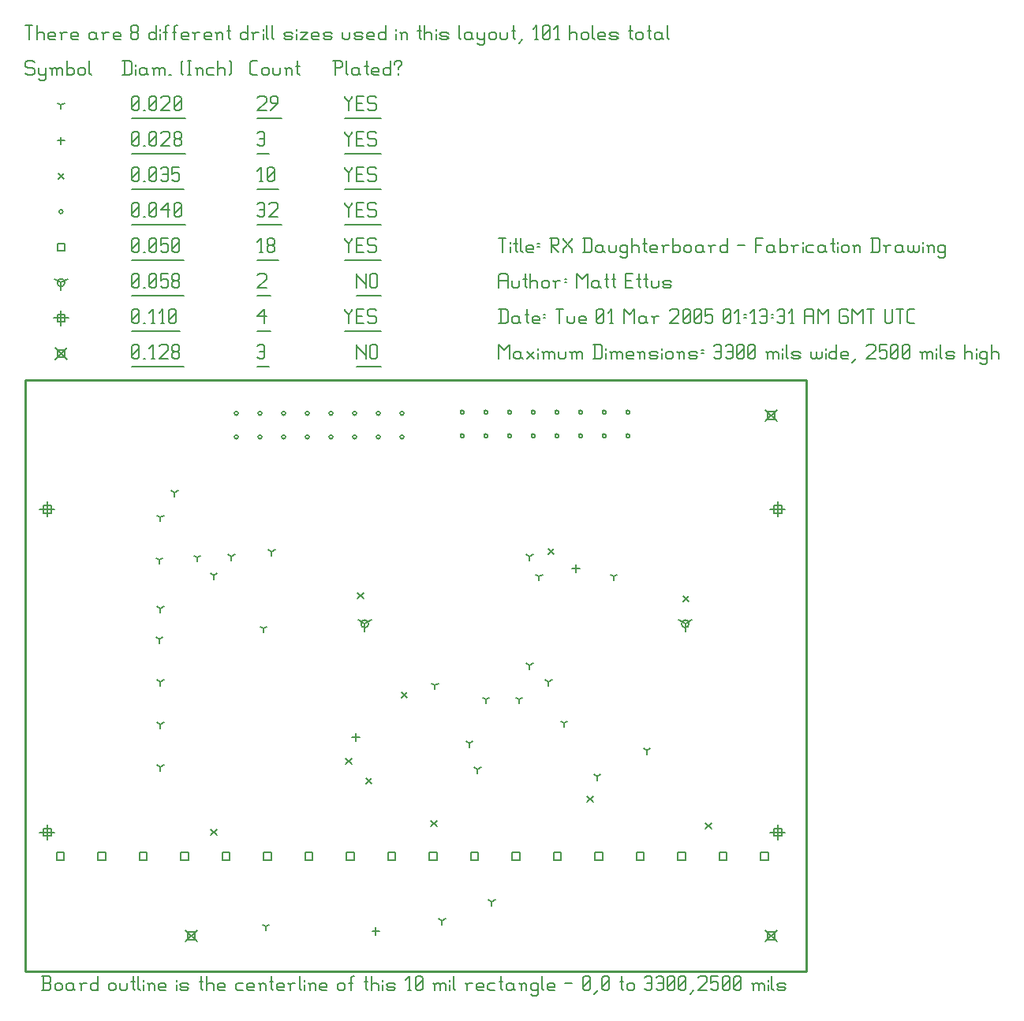
<source format=gbr>
From dda314d528f47603b0b5e7f0a3cb2463a0340fae Mon Sep 17 00:00:00 2001
From: matt
Date: Wed, 16 Aug 2006 05:07:54 +0000
Subject: output files

git-svn-id: http://gnuradio.org/svn/gnuradio/trunk@3304 221aa14e-8319-0410-a670-987f0aec2ac5
---
 usrp-hw/tvrx/gbr/tvrx_fab.gbr | 2639 +++++++++++++++++++++++++++++++++++++++++
 1 file changed, 2639 insertions(+)
 create mode 100644 usrp-hw/tvrx/gbr/tvrx_fab.gbr

(limited to 'usrp-hw/tvrx/gbr/tvrx_fab.gbr')

diff --git a/usrp-hw/tvrx/gbr/tvrx_fab.gbr b/usrp-hw/tvrx/gbr/tvrx_fab.gbr
new file mode 100644
index 000000000..032f25f74
--- /dev/null
+++ b/usrp-hw/tvrx/gbr/tvrx_fab.gbr
@@ -0,0 +1,2639 @@
+G04 Title: RX Daughterboard, Fabrication Drawing *
+G04 Creator: pcb-bin 1.99p *
+G04 CreationDate: Tue 01 Mar 2005 01:13:31 AM GMT UTC *
+G04 For: matt *
+G04 Format: Gerber/RS-274X *
+G04 PCB-Dimensions: 330000 250000 *
+G04 PCB-Coordinate-Origin: lower left *
+%MOIN*%
+%FSLAX24Y24*%
+%IPPOS*%
+%ADD11C,0.0400*%
+%ADD12C,0.0250*%
+%ADD13C,0.0450*%
+%ADD14C,0.0080*%
+%ADD15C,0.0280*%
+%ADD16C,0.0100*%
+%ADD17C,0.0300*%
+%ADD18C,0.0600*%
+%ADD19C,0.0240*%
+%ADD20R,0.0240X0.0240*%
+%ADD21R,0.0440X0.0440*%
+%ADD22R,0.0300X0.0300*%
+%ADD23C,0.0060*%
+%ADD24R,0.0480X0.0480*%
+%ADD25R,0.0680X0.0680*%
+%ADD26R,0.0540X0.0540*%
+%ADD27R,0.0970X0.0970*%
+%ADD28R,0.1170X0.1170*%
+%ADD29R,0.1030X0.1030*%
+%ADD30C,0.0200*%
+%ADD31R,0.0560X0.0560*%
+%ADD32R,0.0860X0.0860*%
+%ADD33R,0.0620X0.0620*%
+%ADD34R,0.1220X0.1220*%
+%ADD35R,0.1520X0.1520*%
+%ADD36R,0.1280X0.1280*%
+%ADD37R,0.0340X0.0340*%
+%ADD38R,0.0640X0.0640*%
+%ADD39R,0.0400X0.0400*%
+%ADD40R,0.0200X0.0200*%
+%ADD41C,0.0720*%
+%ADD42C,0.0920X0.0720*%
+%ADD43C,0.0920*%
+%ADD44C,0.0340*%
+%ADD45R,0.0600X0.0600*%
+%ADD46R,0.0660X0.0660*%
+%ADD47R,0.0900X0.0900X0.0600X0.0600*%
+%ADD48R,0.0900X0.0900*%
+%ADD49C,0.0660*%
+%AMTHERM1*7,0,0,0.0900,0.0600,0.0100,45*%
+%ADD50THERM1*%
+%ADD51C,0.0900X0.0600*%
+%ADD52C,0.0900*%
+%ADD53C,0.0500*%
+%ADD54R,0.0500X0.0500*%
+%ADD55C,0.0750*%
+%ADD56C,0.0810*%
+%ADD57C,0.0950X0.0750*%
+%ADD58C,0.0950*%
+%ADD59C,0.0125*%
+%AMTHERM2*7,0,0,0.0950,0.0750,0.0125,45*%
+%ADD60THERM2*%
+%ADD61C,0.1400*%
+%ADD62C,0.1460*%
+%ADD63C,0.1600X0.1400*%
+%ADD64C,0.1600*%
+%ADD65C,0.2100*%
+%ADD66C,0.2160*%
+%AMTHERM3*7,0,0,0.2300,0.2100,0.0500,45*%
+%ADD67THERM3*%
+%ADD68C,0.2300X0.2100*%
+%ADD69C,0.2300*%
+%ADD70C,0.0150*%
+%ADD71C,0.1320*%
+%ADD72C,0.1100*%
+%ADD73C,0.1520*%
+%ADD74C,0.1520X0.1320*%
+%ADD75C,0.0610*%
+%ADD76C,0.0610X0.0450*%
+%ADD77C,0.0160*%
+%AMTHERM4*7,0,0,0.0800,0.0600,0.0160,45*%
+%ADD78THERM4*%
+%ADD79C,0.0800*%
+%ADD80C,0.0800X0.0600*%
+%AMTHERM5*7,0,0,0.0800,0.0600,0.0125,45*%
+%ADD81THERM5*%
+%AMTHERM6*7,0,0,0.0600,0.0400,0.0100,45*%
+%ADD82THERM6*%
+%ADD83C,0.0600X0.0400*%
+%ADD84C,0.0360*%
+%ADD85C,0.0560*%
+%ADD86C,0.0560X0.0360*%
+%AMTHERM7*7,0,0,0.0560,0.0360,0.0080,45*%
+%ADD87THERM7*%
+%LNGROUP_1*%
+%LPD*%
+G01X0Y0D02*
+G54D14*X6760Y1740D02*X7240Y1260D01*
+X6760D02*X7240Y1740D01*
+X6840Y1660D02*X7160D01*
+X6840D02*Y1340D01*
+X7160D01*
+Y1660D02*Y1340D01*
+X31260Y1740D02*X31740Y1260D01*
+X31260D02*X31740Y1740D01*
+X31340Y1660D02*X31660D01*
+X31340D02*Y1340D01*
+X31660D01*
+Y1660D02*Y1340D01*
+X31260Y23740D02*X31740Y23260D01*
+X31260D02*X31740Y23740D01*
+X31340Y23660D02*X31660D01*
+X31340D02*Y23340D01*
+X31660D01*
+Y23660D02*Y23340D01*
+X1260Y26365D02*X1740Y25885D01*
+X1260D02*X1740Y26365D01*
+X1340Y26285D02*X1660D01*
+X1340D02*Y25965D01*
+X1660D01*
+Y26285D02*Y25965D01*
+G04 Text: NO *
+X14000Y26500D02*Y25900D01*
+Y26500D02*Y26425D01*
+X14375Y26050D01*
+Y26500D02*Y25900D01*
+X14555Y26425D02*Y25975D01*
+Y26425D02*X14630Y26500D01*
+X14780D01*
+X14855Y26425D01*
+Y25975D01*
+X14780Y25900D02*X14855Y25975D01*
+X14630Y25900D02*X14780D01*
+X14555Y25975D02*X14630Y25900D01*
+X14000Y25574D02*X15035D01*
+G04 Text: 3 *
+X9800Y26425D02*X9875Y26500D01*
+X10025D01*
+X10100Y26425D01*
+Y25975D01*
+X10025Y25900D02*X10100Y25975D01*
+X9875Y25900D02*X10025D01*
+X9800Y25975D02*X9875Y25900D01*
+Y26200D02*X10100D01*
+X9800Y25574D02*X10280D01*
+G04 Text: 0.128 *
+X4500Y25975D02*X4575Y25900D01*
+X4500Y26425D02*Y25975D01*
+Y26425D02*X4575Y26500D01*
+X4725D01*
+X4800Y26425D01*
+Y25975D01*
+X4725Y25900D02*X4800Y25975D01*
+X4575Y25900D02*X4725D01*
+X4500Y26050D02*X4800Y26350D01*
+X4980Y25900D02*X5055D01*
+X5310D02*X5460D01*
+X5385Y26500D02*Y25900D01*
+X5235Y26350D02*X5385Y26500D01*
+X5640Y26425D02*X5715Y26500D01*
+X5940D01*
+X6015Y26425D01*
+Y26275D01*
+X5640Y25900D02*X6015Y26275D01*
+X5640Y25900D02*X6015D01*
+X6195Y25975D02*X6270Y25900D01*
+X6195Y26125D02*Y25975D01*
+Y26125D02*X6270Y26200D01*
+X6420D01*
+X6495Y26125D01*
+Y25975D01*
+X6420Y25900D02*X6495Y25975D01*
+X6270Y25900D02*X6420D01*
+X6195Y26275D02*X6270Y26200D01*
+X6195Y26425D02*Y26275D01*
+Y26425D02*X6270Y26500D01*
+X6420D01*
+X6495Y26425D01*
+Y26275D01*
+X6420Y26200D02*X6495Y26275D01*
+X4500Y25574D02*X6675D01*
+X910Y6210D02*Y5570D01*
+X590Y5890D02*X1230D01*
+X750Y6050D02*X1070D01*
+X750D02*Y5730D01*
+X1070D01*
+Y6050D02*Y5730D01*
+X910Y19870D02*Y19230D01*
+X590Y19550D02*X1230D01*
+X750Y19710D02*X1070D01*
+X750D02*Y19390D01*
+X1070D01*
+Y19710D02*Y19390D01*
+X31780Y19870D02*Y19230D01*
+X31460Y19550D02*X32100D01*
+X31620Y19710D02*X31940D01*
+X31620D02*Y19390D01*
+X31940D01*
+Y19710D02*Y19390D01*
+X31780Y6210D02*Y5570D01*
+X31460Y5890D02*X32100D01*
+X31620Y6050D02*X31940D01*
+X31620D02*Y5730D01*
+X31940D01*
+Y6050D02*Y5730D01*
+X1500Y27945D02*Y27305D01*
+X1180Y27625D02*X1820D01*
+X1340Y27785D02*X1660D01*
+X1340D02*Y27465D01*
+X1660D01*
+Y27785D02*Y27465D01*
+G04 Text: YES *
+X13500Y28000D02*Y27925D01*
+X13650Y27775D01*
+X13800Y27925D01*
+Y28000D02*Y27925D01*
+X13650Y27775D02*Y27400D01*
+X13980Y27700D02*X14205D01*
+X13980Y27400D02*X14280D01*
+X13980Y28000D02*Y27400D01*
+Y28000D02*X14280D01*
+X14760D02*X14835Y27925D01*
+X14535Y28000D02*X14760D01*
+X14460Y27925D02*X14535Y28000D01*
+X14460Y27925D02*Y27775D01*
+X14535Y27700D01*
+X14760D01*
+X14835Y27625D01*
+Y27475D01*
+X14760Y27400D02*X14835Y27475D01*
+X14535Y27400D02*X14760D01*
+X14460Y27475D02*X14535Y27400D01*
+X13500Y27074D02*X15015D01*
+G04 Text: 4 *
+X9800Y27700D02*X10100Y28000D01*
+X9800Y27700D02*X10175D01*
+X10100Y28000D02*Y27400D01*
+X9800Y27074D02*X10355D01*
+G04 Text: 0.110 *
+X4500Y27475D02*X4575Y27400D01*
+X4500Y27925D02*Y27475D01*
+Y27925D02*X4575Y28000D01*
+X4725D01*
+X4800Y27925D01*
+Y27475D01*
+X4725Y27400D02*X4800Y27475D01*
+X4575Y27400D02*X4725D01*
+X4500Y27550D02*X4800Y27850D01*
+X4980Y27400D02*X5055D01*
+X5310D02*X5460D01*
+X5385Y28000D02*Y27400D01*
+X5235Y27850D02*X5385Y28000D01*
+X5715Y27400D02*X5865D01*
+X5790Y28000D02*Y27400D01*
+X5640Y27850D02*X5790Y28000D01*
+X6045Y27475D02*X6120Y27400D01*
+X6045Y27925D02*Y27475D01*
+Y27925D02*X6120Y28000D01*
+X6270D01*
+X6345Y27925D01*
+Y27475D01*
+X6270Y27400D02*X6345Y27475D01*
+X6120Y27400D02*X6270D01*
+X6045Y27550D02*X6345Y27850D01*
+X4500Y27074D02*X6525D01*
+X14330Y14700D02*Y14380D01*
+Y14700D02*X14607Y14860D01*
+X14330Y14700D02*X14052Y14860D01*
+X14170Y14700D02*G75*G03X14490Y14700I160J0D01*G01*
+G75*G03X14170Y14700I-160J0D01*G01*
+X27873D02*Y14380D01*
+Y14700D02*X28150Y14860D01*
+X27873Y14700D02*X27596Y14860D01*
+X27713Y14700D02*G75*G03X28033Y14700I160J0D01*G01*
+G75*G03X27713Y14700I-160J0D01*G01*
+X1500Y29125D02*Y28805D01*
+Y29125D02*X1777Y29285D01*
+X1500Y29125D02*X1222Y29285D01*
+X1340Y29125D02*G75*G03X1660Y29125I160J0D01*G01*
+G75*G03X1340Y29125I-160J0D01*G01*
+G04 Text: NO *
+X14000Y29500D02*Y28900D01*
+Y29500D02*Y29425D01*
+X14375Y29050D01*
+Y29500D02*Y28900D01*
+X14555Y29425D02*Y28975D01*
+Y29425D02*X14630Y29500D01*
+X14780D01*
+X14855Y29425D01*
+Y28975D01*
+X14780Y28900D02*X14855Y28975D01*
+X14630Y28900D02*X14780D01*
+X14555Y28975D02*X14630Y28900D01*
+X14000Y28574D02*X15035D01*
+G04 Text: 2 *
+X9800Y29425D02*X9875Y29500D01*
+X10100D01*
+X10175Y29425D01*
+Y29275D01*
+X9800Y28900D02*X10175Y29275D01*
+X9800Y28900D02*X10175D01*
+X9800Y28574D02*X10355D01*
+G04 Text: 0.058 *
+X4500Y28975D02*X4575Y28900D01*
+X4500Y29425D02*Y28975D01*
+Y29425D02*X4575Y29500D01*
+X4725D01*
+X4800Y29425D01*
+Y28975D01*
+X4725Y28900D02*X4800Y28975D01*
+X4575Y28900D02*X4725D01*
+X4500Y29050D02*X4800Y29350D01*
+X4980Y28900D02*X5055D01*
+X5235Y28975D02*X5310Y28900D01*
+X5235Y29425D02*Y28975D01*
+Y29425D02*X5310Y29500D01*
+X5460D01*
+X5535Y29425D01*
+Y28975D01*
+X5460Y28900D02*X5535Y28975D01*
+X5310Y28900D02*X5460D01*
+X5235Y29050D02*X5535Y29350D01*
+X5715Y29500D02*X6015D01*
+X5715D02*Y29200D01*
+X5790Y29275D01*
+X5940D01*
+X6015Y29200D01*
+Y28975D01*
+X5940Y28900D02*X6015Y28975D01*
+X5790Y28900D02*X5940D01*
+X5715Y28975D02*X5790Y28900D01*
+X6195Y28975D02*X6270Y28900D01*
+X6195Y29125D02*Y28975D01*
+Y29125D02*X6270Y29200D01*
+X6420D01*
+X6495Y29125D01*
+Y28975D01*
+X6420Y28900D02*X6495Y28975D01*
+X6270Y28900D02*X6420D01*
+X6195Y29275D02*X6270Y29200D01*
+X6195Y29425D02*Y29275D01*
+Y29425D02*X6270Y29500D01*
+X6420D01*
+X6495Y29425D01*
+Y29275D01*
+X6420Y29200D02*X6495Y29275D01*
+X4500Y28574D02*X6675D01*
+X1310Y5030D02*X1630D01*
+X1310D02*Y4710D01*
+X1630D01*
+Y5030D02*Y4710D01*
+X3060Y5030D02*X3380D01*
+X3060D02*Y4710D01*
+X3380D01*
+Y5030D02*Y4710D01*
+X4810Y5030D02*X5130D01*
+X4810D02*Y4710D01*
+X5130D01*
+Y5030D02*Y4710D01*
+X6560Y5030D02*X6880D01*
+X6560D02*Y4710D01*
+X6880D01*
+Y5030D02*Y4710D01*
+X8310Y5030D02*X8630D01*
+X8310D02*Y4710D01*
+X8630D01*
+Y5030D02*Y4710D01*
+X10060Y5030D02*X10380D01*
+X10060D02*Y4710D01*
+X10380D01*
+Y5030D02*Y4710D01*
+X11810Y5030D02*X12130D01*
+X11810D02*Y4710D01*
+X12130D01*
+Y5030D02*Y4710D01*
+X13560Y5030D02*X13880D01*
+X13560D02*Y4710D01*
+X13880D01*
+Y5030D02*Y4710D01*
+X15310Y5030D02*X15630D01*
+X15310D02*Y4710D01*
+X15630D01*
+Y5030D02*Y4710D01*
+X17060Y5030D02*X17380D01*
+X17060D02*Y4710D01*
+X17380D01*
+Y5030D02*Y4710D01*
+X18810Y5030D02*X19130D01*
+X18810D02*Y4710D01*
+X19130D01*
+Y5030D02*Y4710D01*
+X20560Y5030D02*X20880D01*
+X20560D02*Y4710D01*
+X20880D01*
+Y5030D02*Y4710D01*
+X22310Y5030D02*X22630D01*
+X22310D02*Y4710D01*
+X22630D01*
+Y5030D02*Y4710D01*
+X24060Y5030D02*X24380D01*
+X24060D02*Y4710D01*
+X24380D01*
+Y5030D02*Y4710D01*
+X25810Y5030D02*X26130D01*
+X25810D02*Y4710D01*
+X26130D01*
+Y5030D02*Y4710D01*
+X27560Y5030D02*X27880D01*
+X27560D02*Y4710D01*
+X27880D01*
+Y5030D02*Y4710D01*
+X29310Y5030D02*X29630D01*
+X29310D02*Y4710D01*
+X29630D01*
+Y5030D02*Y4710D01*
+X31060Y5030D02*X31380D01*
+X31060D02*Y4710D01*
+X31380D01*
+Y5030D02*Y4710D01*
+X1340Y30785D02*X1660D01*
+X1340D02*Y30465D01*
+X1660D01*
+Y30785D02*Y30465D01*
+G04 Text: YES *
+X13500Y31000D02*Y30925D01*
+X13650Y30775D01*
+X13800Y30925D01*
+Y31000D02*Y30925D01*
+X13650Y30775D02*Y30400D01*
+X13980Y30700D02*X14205D01*
+X13980Y30400D02*X14280D01*
+X13980Y31000D02*Y30400D01*
+Y31000D02*X14280D01*
+X14760D02*X14835Y30925D01*
+X14535Y31000D02*X14760D01*
+X14460Y30925D02*X14535Y31000D01*
+X14460Y30925D02*Y30775D01*
+X14535Y30700D01*
+X14760D01*
+X14835Y30625D01*
+Y30475D01*
+X14760Y30400D02*X14835Y30475D01*
+X14535Y30400D02*X14760D01*
+X14460Y30475D02*X14535Y30400D01*
+X13500Y30074D02*X15015D01*
+G04 Text: 18 *
+X9875Y30400D02*X10025D01*
+X9950Y31000D02*Y30400D01*
+X9800Y30850D02*X9950Y31000D01*
+X10205Y30475D02*X10280Y30400D01*
+X10205Y30625D02*Y30475D01*
+Y30625D02*X10280Y30700D01*
+X10430D01*
+X10505Y30625D01*
+Y30475D01*
+X10430Y30400D02*X10505Y30475D01*
+X10280Y30400D02*X10430D01*
+X10205Y30775D02*X10280Y30700D01*
+X10205Y30925D02*Y30775D01*
+Y30925D02*X10280Y31000D01*
+X10430D01*
+X10505Y30925D01*
+Y30775D01*
+X10430Y30700D02*X10505Y30775D01*
+X9800Y30074D02*X10685D01*
+G04 Text: 0.050 *
+X4500Y30475D02*X4575Y30400D01*
+X4500Y30925D02*Y30475D01*
+Y30925D02*X4575Y31000D01*
+X4725D01*
+X4800Y30925D01*
+Y30475D01*
+X4725Y30400D02*X4800Y30475D01*
+X4575Y30400D02*X4725D01*
+X4500Y30550D02*X4800Y30850D01*
+X4980Y30400D02*X5055D01*
+X5235Y30475D02*X5310Y30400D01*
+X5235Y30925D02*Y30475D01*
+Y30925D02*X5310Y31000D01*
+X5460D01*
+X5535Y30925D01*
+Y30475D01*
+X5460Y30400D02*X5535Y30475D01*
+X5310Y30400D02*X5460D01*
+X5235Y30550D02*X5535Y30850D01*
+X5715Y31000D02*X6015D01*
+X5715D02*Y30700D01*
+X5790Y30775D01*
+X5940D01*
+X6015Y30700D01*
+Y30475D01*
+X5940Y30400D02*X6015Y30475D01*
+X5790Y30400D02*X5940D01*
+X5715Y30475D02*X5790Y30400D01*
+X6195Y30475D02*X6270Y30400D01*
+X6195Y30925D02*Y30475D01*
+Y30925D02*X6270Y31000D01*
+X6420D01*
+X6495Y30925D01*
+Y30475D01*
+X6420Y30400D02*X6495Y30475D01*
+X6270Y30400D02*X6420D01*
+X6195Y30550D02*X6495Y30850D01*
+X4500Y30074D02*X6675D01*
+X8820Y22600D02*G75*G03X8980Y22600I80J0D01*G01*
+G75*G03X8820Y22600I-80J0D01*G01*
+Y23600D02*G75*G03X8980Y23600I80J0D01*G01*
+G75*G03X8820Y23600I-80J0D01*G01*
+X9820Y22600D02*G75*G03X9980Y22600I80J0D01*G01*
+G75*G03X9820Y22600I-80J0D01*G01*
+Y23600D02*G75*G03X9980Y23600I80J0D01*G01*
+G75*G03X9820Y23600I-80J0D01*G01*
+X10820Y22600D02*G75*G03X10980Y22600I80J0D01*G01*
+G75*G03X10820Y22600I-80J0D01*G01*
+Y23600D02*G75*G03X10980Y23600I80J0D01*G01*
+G75*G03X10820Y23600I-80J0D01*G01*
+X11820Y22600D02*G75*G03X11980Y22600I80J0D01*G01*
+G75*G03X11820Y22600I-80J0D01*G01*
+Y23600D02*G75*G03X11980Y23600I80J0D01*G01*
+G75*G03X11820Y23600I-80J0D01*G01*
+X12820Y22600D02*G75*G03X12980Y22600I80J0D01*G01*
+G75*G03X12820Y22600I-80J0D01*G01*
+Y23600D02*G75*G03X12980Y23600I80J0D01*G01*
+G75*G03X12820Y23600I-80J0D01*G01*
+X13820Y22600D02*G75*G03X13980Y22600I80J0D01*G01*
+G75*G03X13820Y22600I-80J0D01*G01*
+Y23600D02*G75*G03X13980Y23600I80J0D01*G01*
+G75*G03X13820Y23600I-80J0D01*G01*
+X14820Y22600D02*G75*G03X14980Y22600I80J0D01*G01*
+G75*G03X14820Y22600I-80J0D01*G01*
+Y23600D02*G75*G03X14980Y23600I80J0D01*G01*
+G75*G03X14820Y23600I-80J0D01*G01*
+X15820Y22600D02*G75*G03X15980Y22600I80J0D01*G01*
+G75*G03X15820Y22600I-80J0D01*G01*
+Y23600D02*G75*G03X15980Y23600I80J0D01*G01*
+G75*G03X15820Y23600I-80J0D01*G01*
+X18370Y22650D02*G75*G03X18530Y22650I80J0D01*G01*
+G75*G03X18370Y22650I-80J0D01*G01*
+Y23650D02*G75*G03X18530Y23650I80J0D01*G01*
+G75*G03X18370Y23650I-80J0D01*G01*
+X19370Y22650D02*G75*G03X19530Y22650I80J0D01*G01*
+G75*G03X19370Y22650I-80J0D01*G01*
+Y23650D02*G75*G03X19530Y23650I80J0D01*G01*
+G75*G03X19370Y23650I-80J0D01*G01*
+X20370Y22650D02*G75*G03X20530Y22650I80J0D01*G01*
+G75*G03X20370Y22650I-80J0D01*G01*
+Y23650D02*G75*G03X20530Y23650I80J0D01*G01*
+G75*G03X20370Y23650I-80J0D01*G01*
+X21370Y22650D02*G75*G03X21530Y22650I80J0D01*G01*
+G75*G03X21370Y22650I-80J0D01*G01*
+Y23650D02*G75*G03X21530Y23650I80J0D01*G01*
+G75*G03X21370Y23650I-80J0D01*G01*
+X22370Y22650D02*G75*G03X22530Y22650I80J0D01*G01*
+G75*G03X22370Y22650I-80J0D01*G01*
+Y23650D02*G75*G03X22530Y23650I80J0D01*G01*
+G75*G03X22370Y23650I-80J0D01*G01*
+X23370Y22650D02*G75*G03X23530Y22650I80J0D01*G01*
+G75*G03X23370Y22650I-80J0D01*G01*
+Y23650D02*G75*G03X23530Y23650I80J0D01*G01*
+G75*G03X23370Y23650I-80J0D01*G01*
+X24370Y22650D02*G75*G03X24530Y22650I80J0D01*G01*
+G75*G03X24370Y22650I-80J0D01*G01*
+Y23650D02*G75*G03X24530Y23650I80J0D01*G01*
+G75*G03X24370Y23650I-80J0D01*G01*
+X25370Y22650D02*G75*G03X25530Y22650I80J0D01*G01*
+G75*G03X25370Y22650I-80J0D01*G01*
+Y23650D02*G75*G03X25530Y23650I80J0D01*G01*
+G75*G03X25370Y23650I-80J0D01*G01*
+X1420Y32125D02*G75*G03X1580Y32125I80J0D01*G01*
+G75*G03X1420Y32125I-80J0D01*G01*
+G04 Text: YES *
+X13500Y32500D02*Y32425D01*
+X13650Y32275D01*
+X13800Y32425D01*
+Y32500D02*Y32425D01*
+X13650Y32275D02*Y31900D01*
+X13980Y32200D02*X14205D01*
+X13980Y31900D02*X14280D01*
+X13980Y32500D02*Y31900D01*
+Y32500D02*X14280D01*
+X14760D02*X14835Y32425D01*
+X14535Y32500D02*X14760D01*
+X14460Y32425D02*X14535Y32500D01*
+X14460Y32425D02*Y32275D01*
+X14535Y32200D01*
+X14760D01*
+X14835Y32125D01*
+Y31975D01*
+X14760Y31900D02*X14835Y31975D01*
+X14535Y31900D02*X14760D01*
+X14460Y31975D02*X14535Y31900D01*
+X13500Y31574D02*X15015D01*
+G04 Text: 32 *
+X9800Y32425D02*X9875Y32500D01*
+X10025D01*
+X10100Y32425D01*
+Y31975D01*
+X10025Y31900D02*X10100Y31975D01*
+X9875Y31900D02*X10025D01*
+X9800Y31975D02*X9875Y31900D01*
+Y32200D02*X10100D01*
+X10280Y32425D02*X10355Y32500D01*
+X10580D01*
+X10655Y32425D01*
+Y32275D01*
+X10280Y31900D02*X10655Y32275D01*
+X10280Y31900D02*X10655D01*
+X9800Y31574D02*X10835D01*
+G04 Text: 0.040 *
+X4500Y31975D02*X4575Y31900D01*
+X4500Y32425D02*Y31975D01*
+Y32425D02*X4575Y32500D01*
+X4725D01*
+X4800Y32425D01*
+Y31975D01*
+X4725Y31900D02*X4800Y31975D01*
+X4575Y31900D02*X4725D01*
+X4500Y32050D02*X4800Y32350D01*
+X4980Y31900D02*X5055D01*
+X5235Y31975D02*X5310Y31900D01*
+X5235Y32425D02*Y31975D01*
+Y32425D02*X5310Y32500D01*
+X5460D01*
+X5535Y32425D01*
+Y31975D01*
+X5460Y31900D02*X5535Y31975D01*
+X5310Y31900D02*X5460D01*
+X5235Y32050D02*X5535Y32350D01*
+X5715Y32200D02*X6015Y32500D01*
+X5715Y32200D02*X6090D01*
+X6015Y32500D02*Y31900D01*
+X6270Y31975D02*X6345Y31900D01*
+X6270Y32425D02*Y31975D01*
+Y32425D02*X6345Y32500D01*
+X6495D01*
+X6570Y32425D01*
+Y31975D01*
+X6495Y31900D02*X6570Y31975D01*
+X6345Y31900D02*X6495D01*
+X6270Y32050D02*X6570Y32350D01*
+X4500Y31574D02*X6750D01*
+X7830Y6020D02*X8070Y5780D01*
+X7830D02*X8070Y6020D01*
+X22080Y17870D02*X22320Y17630D01*
+X22080D02*X22320Y17870D01*
+X27780Y15870D02*X28020Y15630D01*
+X27780D02*X28020Y15870D01*
+X14030Y16020D02*X14270Y15780D01*
+X14030D02*X14270Y16020D01*
+X15880Y11820D02*X16120Y11580D01*
+X15880D02*X16120Y11820D01*
+X28730Y6270D02*X28970Y6030D01*
+X28730D02*X28970Y6270D01*
+X13534Y9020D02*X13774Y8780D01*
+X13534D02*X13774Y9020D01*
+X14380Y8170D02*X14620Y7930D01*
+X14380D02*X14620Y8170D01*
+X17130Y6370D02*X17370Y6130D01*
+X17130D02*X17370Y6370D01*
+X23730Y7420D02*X23970Y7180D01*
+X23730D02*X23970Y7420D01*
+X1380Y33745D02*X1620Y33505D01*
+X1380D02*X1620Y33745D01*
+G04 Text: YES *
+X13500Y34000D02*Y33925D01*
+X13650Y33775D01*
+X13800Y33925D01*
+Y34000D02*Y33925D01*
+X13650Y33775D02*Y33400D01*
+X13980Y33700D02*X14205D01*
+X13980Y33400D02*X14280D01*
+X13980Y34000D02*Y33400D01*
+Y34000D02*X14280D01*
+X14760D02*X14835Y33925D01*
+X14535Y34000D02*X14760D01*
+X14460Y33925D02*X14535Y34000D01*
+X14460Y33925D02*Y33775D01*
+X14535Y33700D01*
+X14760D01*
+X14835Y33625D01*
+Y33475D01*
+X14760Y33400D02*X14835Y33475D01*
+X14535Y33400D02*X14760D01*
+X14460Y33475D02*X14535Y33400D01*
+X13500Y33074D02*X15015D01*
+G04 Text: 10 *
+X9875Y33400D02*X10025D01*
+X9950Y34000D02*Y33400D01*
+X9800Y33850D02*X9950Y34000D01*
+X10205Y33475D02*X10280Y33400D01*
+X10205Y33925D02*Y33475D01*
+Y33925D02*X10280Y34000D01*
+X10430D01*
+X10505Y33925D01*
+Y33475D01*
+X10430Y33400D02*X10505Y33475D01*
+X10280Y33400D02*X10430D01*
+X10205Y33550D02*X10505Y33850D01*
+X9800Y33074D02*X10685D01*
+G04 Text: 0.035 *
+X4500Y33475D02*X4575Y33400D01*
+X4500Y33925D02*Y33475D01*
+Y33925D02*X4575Y34000D01*
+X4725D01*
+X4800Y33925D01*
+Y33475D01*
+X4725Y33400D02*X4800Y33475D01*
+X4575Y33400D02*X4725D01*
+X4500Y33550D02*X4800Y33850D01*
+X4980Y33400D02*X5055D01*
+X5235Y33475D02*X5310Y33400D01*
+X5235Y33925D02*Y33475D01*
+Y33925D02*X5310Y34000D01*
+X5460D01*
+X5535Y33925D01*
+Y33475D01*
+X5460Y33400D02*X5535Y33475D01*
+X5310Y33400D02*X5460D01*
+X5235Y33550D02*X5535Y33850D01*
+X5715Y33925D02*X5790Y34000D01*
+X5940D01*
+X6015Y33925D01*
+Y33475D01*
+X5940Y33400D02*X6015Y33475D01*
+X5790Y33400D02*X5940D01*
+X5715Y33475D02*X5790Y33400D01*
+Y33700D02*X6015D01*
+X6195Y34000D02*X6495D01*
+X6195D02*Y33700D01*
+X6270Y33775D01*
+X6420D01*
+X6495Y33700D01*
+Y33475D01*
+X6420Y33400D02*X6495Y33475D01*
+X6270Y33400D02*X6420D01*
+X6195Y33475D02*X6270Y33400D01*
+X4500Y33074D02*X6675D01*
+X23250Y17210D02*Y16890D01*
+X23090Y17050D02*X23410D01*
+X14800Y1860D02*Y1540D01*
+X14640Y1700D02*X14960D01*
+X13950Y10060D02*Y9740D01*
+X13790Y9900D02*X14110D01*
+X1500Y35285D02*Y34965D01*
+X1340Y35125D02*X1660D01*
+G04 Text: YES *
+X13500Y35500D02*Y35425D01*
+X13650Y35275D01*
+X13800Y35425D01*
+Y35500D02*Y35425D01*
+X13650Y35275D02*Y34900D01*
+X13980Y35200D02*X14205D01*
+X13980Y34900D02*X14280D01*
+X13980Y35500D02*Y34900D01*
+Y35500D02*X14280D01*
+X14760D02*X14835Y35425D01*
+X14535Y35500D02*X14760D01*
+X14460Y35425D02*X14535Y35500D01*
+X14460Y35425D02*Y35275D01*
+X14535Y35200D01*
+X14760D01*
+X14835Y35125D01*
+Y34975D01*
+X14760Y34900D02*X14835Y34975D01*
+X14535Y34900D02*X14760D01*
+X14460Y34975D02*X14535Y34900D01*
+X13500Y34574D02*X15015D01*
+G04 Text: 3 *
+X9800Y35425D02*X9875Y35500D01*
+X10025D01*
+X10100Y35425D01*
+Y34975D01*
+X10025Y34900D02*X10100Y34975D01*
+X9875Y34900D02*X10025D01*
+X9800Y34975D02*X9875Y34900D01*
+Y35200D02*X10100D01*
+X9800Y34574D02*X10280D01*
+G04 Text: 0.028 *
+X4500Y34975D02*X4575Y34900D01*
+X4500Y35425D02*Y34975D01*
+Y35425D02*X4575Y35500D01*
+X4725D01*
+X4800Y35425D01*
+Y34975D01*
+X4725Y34900D02*X4800Y34975D01*
+X4575Y34900D02*X4725D01*
+X4500Y35050D02*X4800Y35350D01*
+X4980Y34900D02*X5055D01*
+X5235Y34975D02*X5310Y34900D01*
+X5235Y35425D02*Y34975D01*
+Y35425D02*X5310Y35500D01*
+X5460D01*
+X5535Y35425D01*
+Y34975D01*
+X5460Y34900D02*X5535Y34975D01*
+X5310Y34900D02*X5460D01*
+X5235Y35050D02*X5535Y35350D01*
+X5715Y35425D02*X5790Y35500D01*
+X6015D01*
+X6090Y35425D01*
+Y35275D01*
+X5715Y34900D02*X6090Y35275D01*
+X5715Y34900D02*X6090D01*
+X6270Y34975D02*X6345Y34900D01*
+X6270Y35125D02*Y34975D01*
+Y35125D02*X6345Y35200D01*
+X6495D01*
+X6570Y35125D01*
+Y34975D01*
+X6495Y34900D02*X6570Y34975D01*
+X6345Y34900D02*X6495D01*
+X6270Y35275D02*X6345Y35200D01*
+X6270Y35425D02*Y35275D01*
+Y35425D02*X6345Y35500D01*
+X6495D01*
+X6570Y35425D01*
+Y35275D01*
+X6495Y35200D02*X6570Y35275D01*
+X4500Y34574D02*X6750D01*
+X21300Y12950D02*Y12790D01*
+Y12950D02*X21438Y13030D01*
+X21300Y12950D02*X21161Y13030D01*
+X21700Y16700D02*Y16540D01*
+Y16700D02*X21838Y16780D01*
+X21700Y16700D02*X21561Y16780D01*
+X22100Y12250D02*Y12090D01*
+Y12250D02*X22238Y12330D01*
+X22100Y12250D02*X21961Y12330D01*
+X21300Y17550D02*Y17390D01*
+Y17550D02*X21438Y17630D01*
+X21300Y17550D02*X21161Y17630D01*
+X10150Y1900D02*Y1740D01*
+Y1900D02*X10288Y1980D01*
+X10150Y1900D02*X10011Y1980D01*
+X24850Y16700D02*Y16540D01*
+Y16700D02*X24988Y16780D01*
+X24850Y16700D02*X24711Y16780D01*
+X26250Y9350D02*Y9190D01*
+Y9350D02*X26388Y9430D01*
+X26250Y9350D02*X26111Y9430D01*
+X24150Y8250D02*Y8090D01*
+Y8250D02*X24288Y8330D01*
+X24150Y8250D02*X24011Y8330D01*
+X19100Y8550D02*Y8390D01*
+Y8550D02*X19238Y8630D01*
+X19100Y8550D02*X18961Y8630D01*
+X20850Y11500D02*Y11340D01*
+Y11500D02*X20988Y11580D01*
+X20850Y11500D02*X20711Y11580D01*
+X18750Y9650D02*Y9490D01*
+Y9650D02*X18888Y9730D01*
+X18750Y9650D02*X18611Y9730D01*
+X22750Y10500D02*Y10340D01*
+Y10500D02*X22888Y10580D01*
+X22750Y10500D02*X22611Y10580D01*
+X17300Y12100D02*Y11940D01*
+Y12100D02*X17438Y12180D01*
+X17300Y12100D02*X17161Y12180D01*
+X19450Y11500D02*Y11340D01*
+Y11500D02*X19588Y11580D01*
+X19450Y11500D02*X19311Y11580D01*
+X17600Y2150D02*Y1990D01*
+Y2150D02*X17738Y2230D01*
+X17600Y2150D02*X17461Y2230D01*
+X19700Y2950D02*Y2790D01*
+Y2950D02*X19838Y3030D01*
+X19700Y2950D02*X19561Y3030D01*
+X7950Y16750D02*Y16590D01*
+Y16750D02*X8088Y16830D01*
+X7950Y16750D02*X7811Y16830D01*
+X5700Y8650D02*Y8490D01*
+Y8650D02*X5838Y8730D01*
+X5700Y8650D02*X5561Y8730D01*
+X5700Y10450D02*Y10290D01*
+Y10450D02*X5838Y10530D01*
+X5700Y10450D02*X5561Y10530D01*
+X5700Y12250D02*Y12090D01*
+Y12250D02*X5838Y12330D01*
+X5700Y12250D02*X5561Y12330D01*
+X5650Y14050D02*Y13890D01*
+Y14050D02*X5788Y14130D01*
+X5650Y14050D02*X5511Y14130D01*
+X5700Y15350D02*Y15190D01*
+Y15350D02*X5838Y15430D01*
+X5700Y15350D02*X5561Y15430D01*
+X5650Y17400D02*Y17240D01*
+Y17400D02*X5788Y17480D01*
+X5650Y17400D02*X5511Y17480D01*
+X7250Y17500D02*Y17340D01*
+Y17500D02*X7388Y17580D01*
+X7250Y17500D02*X7111Y17580D01*
+X8700Y17550D02*Y17390D01*
+Y17550D02*X8838Y17630D01*
+X8700Y17550D02*X8561Y17630D01*
+X10400Y17750D02*Y17590D01*
+Y17750D02*X10538Y17830D01*
+X10400Y17750D02*X10261Y17830D01*
+X10050Y14500D02*Y14340D01*
+Y14500D02*X10188Y14580D01*
+X10050Y14500D02*X9911Y14580D01*
+X5700Y19200D02*Y19040D01*
+Y19200D02*X5838Y19280D01*
+X5700Y19200D02*X5561Y19280D01*
+X6300Y20250D02*Y20090D01*
+Y20250D02*X6438Y20330D01*
+X6300Y20250D02*X6161Y20330D01*
+X1500Y36625D02*Y36465D01*
+Y36625D02*X1638Y36705D01*
+X1500Y36625D02*X1361Y36705D01*
+G04 Text: YES *
+X13500Y37000D02*Y36925D01*
+X13650Y36775D01*
+X13800Y36925D01*
+Y37000D02*Y36925D01*
+X13650Y36775D02*Y36400D01*
+X13980Y36700D02*X14205D01*
+X13980Y36400D02*X14280D01*
+X13980Y37000D02*Y36400D01*
+Y37000D02*X14280D01*
+X14760D02*X14835Y36925D01*
+X14535Y37000D02*X14760D01*
+X14460Y36925D02*X14535Y37000D01*
+X14460Y36925D02*Y36775D01*
+X14535Y36700D01*
+X14760D01*
+X14835Y36625D01*
+Y36475D01*
+X14760Y36400D02*X14835Y36475D01*
+X14535Y36400D02*X14760D01*
+X14460Y36475D02*X14535Y36400D01*
+X13500Y36074D02*X15015D01*
+G04 Text: 29 *
+X9800Y36925D02*X9875Y37000D01*
+X10100D01*
+X10175Y36925D01*
+Y36775D01*
+X9800Y36400D02*X10175Y36775D01*
+X9800Y36400D02*X10175D01*
+X10355D02*X10655Y36700D01*
+Y36925D02*Y36700D01*
+X10580Y37000D02*X10655Y36925D01*
+X10430Y37000D02*X10580D01*
+X10355Y36925D02*X10430Y37000D01*
+X10355Y36925D02*Y36775D01*
+X10430Y36700D01*
+X10655D01*
+X9800Y36074D02*X10835D01*
+G04 Text: 0.020 *
+X4500Y36475D02*X4575Y36400D01*
+X4500Y36925D02*Y36475D01*
+Y36925D02*X4575Y37000D01*
+X4725D01*
+X4800Y36925D01*
+Y36475D01*
+X4725Y36400D02*X4800Y36475D01*
+X4575Y36400D02*X4725D01*
+X4500Y36550D02*X4800Y36850D01*
+X4980Y36400D02*X5055D01*
+X5235Y36475D02*X5310Y36400D01*
+X5235Y36925D02*Y36475D01*
+Y36925D02*X5310Y37000D01*
+X5460D01*
+X5535Y36925D01*
+Y36475D01*
+X5460Y36400D02*X5535Y36475D01*
+X5310Y36400D02*X5460D01*
+X5235Y36550D02*X5535Y36850D01*
+X5715Y36925D02*X5790Y37000D01*
+X6015D01*
+X6090Y36925D01*
+Y36775D01*
+X5715Y36400D02*X6090Y36775D01*
+X5715Y36400D02*X6090D01*
+X6270Y36475D02*X6345Y36400D01*
+X6270Y36925D02*Y36475D01*
+Y36925D02*X6345Y37000D01*
+X6495D01*
+X6570Y36925D01*
+Y36475D01*
+X6495Y36400D02*X6570Y36475D01*
+X6345Y36400D02*X6495D01*
+X6270Y36550D02*X6570Y36850D01*
+X4500Y36074D02*X6750D01*
+G04 Text: Symbol *
+X300Y38500D02*X375Y38425D01*
+X75Y38500D02*X300D01*
+X0Y38425D02*X75Y38500D01*
+X0Y38425D02*Y38275D01*
+X75Y38200D01*
+X300D01*
+X375Y38125D01*
+Y37975D01*
+X300Y37900D02*X375Y37975D01*
+X75Y37900D02*X300D01*
+X0Y37975D02*X75Y37900D01*
+X555Y38200D02*Y37975D01*
+X630Y37900D01*
+X855Y38200D02*Y37750D01*
+X780Y37675D02*X855Y37750D01*
+X630Y37675D02*X780D01*
+X555Y37750D02*X630Y37675D01*
+Y37900D02*X780D01*
+X855Y37975D01*
+X1110Y38125D02*Y37900D01*
+Y38125D02*X1185Y38200D01*
+X1260D01*
+X1335Y38125D01*
+Y37900D01*
+Y38125D02*X1410Y38200D01*
+X1485D01*
+X1560Y38125D01*
+Y37900D01*
+X1035Y38200D02*X1110Y38125D01*
+X1740Y38500D02*Y37900D01*
+Y37975D02*X1815Y37900D01*
+X1965D01*
+X2040Y37975D01*
+Y38125D02*Y37975D01*
+X1965Y38200D02*X2040Y38125D01*
+X1815Y38200D02*X1965D01*
+X1740Y38125D02*X1815Y38200D01*
+X2220Y38125D02*Y37975D01*
+Y38125D02*X2295Y38200D01*
+X2445D01*
+X2520Y38125D01*
+Y37975D01*
+X2445Y37900D02*X2520Y37975D01*
+X2295Y37900D02*X2445D01*
+X2220Y37975D02*X2295Y37900D01*
+X2700Y38500D02*Y37975D01*
+X2775Y37900D01*
+G04 Text: Diam. (Inch) *
+X4175Y38500D02*Y37900D01*
+X4400Y38500D02*X4475Y38425D01*
+Y37975D01*
+X4400Y37900D02*X4475Y37975D01*
+X4100Y37900D02*X4400D01*
+X4100Y38500D02*X4400D01*
+X4655Y38350D02*Y38275D01*
+Y38125D02*Y37900D01*
+X5030Y38200D02*X5105Y38125D01*
+X4880Y38200D02*X5030D01*
+X4805Y38125D02*X4880Y38200D01*
+X4805Y38125D02*Y37975D01*
+X4880Y37900D01*
+X5105Y38200D02*Y37975D01*
+X5180Y37900D01*
+X4880D02*X5030D01*
+X5105Y37975D01*
+X5435Y38125D02*Y37900D01*
+Y38125D02*X5510Y38200D01*
+X5585D01*
+X5660Y38125D01*
+Y37900D01*
+Y38125D02*X5735Y38200D01*
+X5810D01*
+X5885Y38125D01*
+Y37900D01*
+X5360Y38200D02*X5435Y38125D01*
+X6065Y37900D02*X6140D01*
+X6590Y37975D02*X6665Y37900D01*
+X6590Y38425D02*X6665Y38500D01*
+X6590Y38425D02*Y37975D01*
+X6845Y38500D02*X6995D01*
+X6920D02*Y37900D01*
+X6845D02*X6995D01*
+X7251Y38125D02*Y37900D01*
+Y38125D02*X7326Y38200D01*
+X7401D01*
+X7476Y38125D01*
+Y37900D01*
+X7176Y38200D02*X7251Y38125D01*
+X7731Y38200D02*X7956D01*
+X7656Y38125D02*X7731Y38200D01*
+X7656Y38125D02*Y37975D01*
+X7731Y37900D01*
+X7956D01*
+X8136Y38500D02*Y37900D01*
+Y38125D02*X8211Y38200D01*
+X8361D01*
+X8436Y38125D01*
+Y37900D01*
+X8616Y38500D02*X8691Y38425D01*
+Y37975D01*
+X8616Y37900D02*X8691Y37975D01*
+G04 Text: Count *
+X9575Y37900D02*X9800D01*
+X9500Y37975D02*X9575Y37900D01*
+X9500Y38425D02*Y37975D01*
+Y38425D02*X9575Y38500D01*
+X9800D01*
+X9980Y38125D02*Y37975D01*
+Y38125D02*X10055Y38200D01*
+X10205D01*
+X10280Y38125D01*
+Y37975D01*
+X10205Y37900D02*X10280Y37975D01*
+X10055Y37900D02*X10205D01*
+X9980Y37975D02*X10055Y37900D01*
+X10460Y38200D02*Y37975D01*
+X10535Y37900D01*
+X10685D01*
+X10760Y37975D01*
+Y38200D02*Y37975D01*
+X11015Y38125D02*Y37900D01*
+Y38125D02*X11090Y38200D01*
+X11165D01*
+X11240Y38125D01*
+Y37900D01*
+X10940Y38200D02*X11015Y38125D01*
+X11495Y38500D02*Y37975D01*
+X11570Y37900D01*
+X11420Y38275D02*X11570D01*
+G04 Text: Plated? *
+X13075Y38500D02*Y37900D01*
+X13000Y38500D02*X13300D01*
+X13375Y38425D01*
+Y38275D01*
+X13300Y38200D02*X13375Y38275D01*
+X13075Y38200D02*X13300D01*
+X13555Y38500D02*Y37975D01*
+X13630Y37900D01*
+X14005Y38200D02*X14080Y38125D01*
+X13855Y38200D02*X14005D01*
+X13780Y38125D02*X13855Y38200D01*
+X13780Y38125D02*Y37975D01*
+X13855Y37900D01*
+X14080Y38200D02*Y37975D01*
+X14155Y37900D01*
+X13855D02*X14005D01*
+X14080Y37975D01*
+X14410Y38500D02*Y37975D01*
+X14485Y37900D01*
+X14335Y38275D02*X14485D01*
+X14710Y37900D02*X14935D01*
+X14635Y37975D02*X14710Y37900D01*
+X14635Y38125D02*Y37975D01*
+Y38125D02*X14710Y38200D01*
+X14860D01*
+X14935Y38125D01*
+X14635Y38050D02*X14935D01*
+Y38125D02*Y38050D01*
+X15415Y38500D02*Y37900D01*
+X15340D02*X15415Y37975D01*
+X15190Y37900D02*X15340D01*
+X15115Y37975D02*X15190Y37900D01*
+X15115Y38125D02*Y37975D01*
+Y38125D02*X15190Y38200D01*
+X15340D01*
+X15415Y38125D01*
+X15745Y38200D02*Y38125D01*
+Y37975D02*Y37900D01*
+X15595Y38425D02*Y38350D01*
+Y38425D02*X15670Y38500D01*
+X15820D01*
+X15895Y38425D01*
+Y38350D01*
+X15745Y38200D02*X15895Y38350D01*
+G04 Text: There are 8 different drill sizes used in this layout, 101 holes total *
+X0Y40000D02*X300D01*
+X150D02*Y39400D01*
+X480Y40000D02*Y39400D01*
+Y39625D02*X555Y39700D01*
+X705D01*
+X780Y39625D01*
+Y39400D01*
+X1035D02*X1260D01*
+X960Y39475D02*X1035Y39400D01*
+X960Y39625D02*Y39475D01*
+Y39625D02*X1035Y39700D01*
+X1185D01*
+X1260Y39625D01*
+X960Y39550D02*X1260D01*
+Y39625D02*Y39550D01*
+X1515Y39625D02*Y39400D01*
+Y39625D02*X1590Y39700D01*
+X1740D01*
+X1440D02*X1515Y39625D01*
+X1995Y39400D02*X2220D01*
+X1920Y39475D02*X1995Y39400D01*
+X1920Y39625D02*Y39475D01*
+Y39625D02*X1995Y39700D01*
+X2145D01*
+X2220Y39625D01*
+X1920Y39550D02*X2220D01*
+Y39625D02*Y39550D01*
+X2895Y39700D02*X2970Y39625D01*
+X2745Y39700D02*X2895D01*
+X2670Y39625D02*X2745Y39700D01*
+X2670Y39625D02*Y39475D01*
+X2745Y39400D01*
+X2970Y39700D02*Y39475D01*
+X3045Y39400D01*
+X2745D02*X2895D01*
+X2970Y39475D01*
+X3300Y39625D02*Y39400D01*
+Y39625D02*X3375Y39700D01*
+X3525D01*
+X3225D02*X3300Y39625D01*
+X3781Y39400D02*X4006D01*
+X3706Y39475D02*X3781Y39400D01*
+X3706Y39625D02*Y39475D01*
+Y39625D02*X3781Y39700D01*
+X3931D01*
+X4006Y39625D01*
+X3706Y39550D02*X4006D01*
+Y39625D02*Y39550D01*
+X4456Y39475D02*X4531Y39400D01*
+X4456Y39625D02*Y39475D01*
+Y39625D02*X4531Y39700D01*
+X4681D01*
+X4756Y39625D01*
+Y39475D01*
+X4681Y39400D02*X4756Y39475D01*
+X4531Y39400D02*X4681D01*
+X4456Y39775D02*X4531Y39700D01*
+X4456Y39925D02*Y39775D01*
+Y39925D02*X4531Y40000D01*
+X4681D01*
+X4756Y39925D01*
+Y39775D01*
+X4681Y39700D02*X4756Y39775D01*
+X5506Y40000D02*Y39400D01*
+X5431D02*X5506Y39475D01*
+X5281Y39400D02*X5431D01*
+X5206Y39475D02*X5281Y39400D01*
+X5206Y39625D02*Y39475D01*
+Y39625D02*X5281Y39700D01*
+X5431D01*
+X5506Y39625D01*
+X5686Y39850D02*Y39775D01*
+Y39625D02*Y39400D01*
+X5911Y39925D02*Y39400D01*
+Y39925D02*X5986Y40000D01*
+X6061D01*
+X5836Y39700D02*X5986D01*
+X6286Y39925D02*Y39400D01*
+Y39925D02*X6361Y40000D01*
+X6436D01*
+X6211Y39700D02*X6361D01*
+X6661Y39400D02*X6886D01*
+X6586Y39475D02*X6661Y39400D01*
+X6586Y39625D02*Y39475D01*
+Y39625D02*X6661Y39700D01*
+X6811D01*
+X6886Y39625D01*
+X6586Y39550D02*X6886D01*
+Y39625D02*Y39550D01*
+X7142Y39625D02*Y39400D01*
+Y39625D02*X7217Y39700D01*
+X7367D01*
+X7067D02*X7142Y39625D01*
+X7622Y39400D02*X7847D01*
+X7547Y39475D02*X7622Y39400D01*
+X7547Y39625D02*Y39475D01*
+Y39625D02*X7622Y39700D01*
+X7772D01*
+X7847Y39625D01*
+X7547Y39550D02*X7847D01*
+Y39625D02*Y39550D01*
+X8102Y39625D02*Y39400D01*
+Y39625D02*X8177Y39700D01*
+X8252D01*
+X8327Y39625D01*
+Y39400D01*
+X8027Y39700D02*X8102Y39625D01*
+X8582Y40000D02*Y39475D01*
+X8657Y39400D01*
+X8507Y39775D02*X8657D01*
+X9377Y40000D02*Y39400D01*
+X9302D02*X9377Y39475D01*
+X9152Y39400D02*X9302D01*
+X9077Y39475D02*X9152Y39400D01*
+X9077Y39625D02*Y39475D01*
+Y39625D02*X9152Y39700D01*
+X9302D01*
+X9377Y39625D01*
+X9632D02*Y39400D01*
+Y39625D02*X9707Y39700D01*
+X9857D01*
+X9557D02*X9632Y39625D01*
+X10038Y39850D02*Y39775D01*
+Y39625D02*Y39400D01*
+X10188Y40000D02*Y39475D01*
+X10263Y39400D01*
+X10413Y40000D02*Y39475D01*
+X10488Y39400D01*
+X10983D02*X11208D01*
+X11283Y39475D01*
+X11208Y39550D02*X11283Y39475D01*
+X10983Y39550D02*X11208D01*
+X10908Y39625D02*X10983Y39550D01*
+X10908Y39625D02*X10983Y39700D01*
+X11208D01*
+X11283Y39625D01*
+X10908Y39475D02*X10983Y39400D01*
+X11463Y39850D02*Y39775D01*
+Y39625D02*Y39400D01*
+X11613Y39700D02*X11913D01*
+X11613Y39400D02*X11913Y39700D01*
+X11613Y39400D02*X11913D01*
+X12168D02*X12393D01*
+X12093Y39475D02*X12168Y39400D01*
+X12093Y39625D02*Y39475D01*
+Y39625D02*X12168Y39700D01*
+X12318D01*
+X12393Y39625D01*
+X12093Y39550D02*X12393D01*
+Y39625D02*Y39550D01*
+X12649Y39400D02*X12874D01*
+X12949Y39475D01*
+X12874Y39550D02*X12949Y39475D01*
+X12649Y39550D02*X12874D01*
+X12574Y39625D02*X12649Y39550D01*
+X12574Y39625D02*X12649Y39700D01*
+X12874D01*
+X12949Y39625D01*
+X12574Y39475D02*X12649Y39400D01*
+X13399Y39700D02*Y39475D01*
+X13474Y39400D01*
+X13624D01*
+X13699Y39475D01*
+Y39700D02*Y39475D01*
+X13954Y39400D02*X14179D01*
+X14254Y39475D01*
+X14179Y39550D02*X14254Y39475D01*
+X13954Y39550D02*X14179D01*
+X13879Y39625D02*X13954Y39550D01*
+X13879Y39625D02*X13954Y39700D01*
+X14179D01*
+X14254Y39625D01*
+X13879Y39475D02*X13954Y39400D01*
+X14509D02*X14734D01*
+X14434Y39475D02*X14509Y39400D01*
+X14434Y39625D02*Y39475D01*
+Y39625D02*X14509Y39700D01*
+X14659D01*
+X14734Y39625D01*
+X14434Y39550D02*X14734D01*
+Y39625D02*Y39550D01*
+X15214Y40000D02*Y39400D01*
+X15139D02*X15214Y39475D01*
+X14989Y39400D02*X15139D01*
+X14914Y39475D02*X14989Y39400D01*
+X14914Y39625D02*Y39475D01*
+Y39625D02*X14989Y39700D01*
+X15139D01*
+X15214Y39625D01*
+X15664Y39850D02*Y39775D01*
+Y39625D02*Y39400D01*
+X15889Y39625D02*Y39400D01*
+Y39625D02*X15964Y39700D01*
+X16039D01*
+X16114Y39625D01*
+Y39400D01*
+X15814Y39700D02*X15889Y39625D01*
+X16640Y40000D02*Y39475D01*
+X16715Y39400D01*
+X16565Y39775D02*X16715D01*
+X16865Y40000D02*Y39400D01*
+Y39625D02*X16940Y39700D01*
+X17090D01*
+X17165Y39625D01*
+Y39400D01*
+X17345Y39850D02*Y39775D01*
+Y39625D02*Y39400D01*
+X17570D02*X17795D01*
+X17870Y39475D01*
+X17795Y39550D02*X17870Y39475D01*
+X17570Y39550D02*X17795D01*
+X17495Y39625D02*X17570Y39550D01*
+X17495Y39625D02*X17570Y39700D01*
+X17795D01*
+X17870Y39625D01*
+X17495Y39475D02*X17570Y39400D01*
+X18320Y40000D02*Y39475D01*
+X18395Y39400D01*
+X18770Y39700D02*X18845Y39625D01*
+X18620Y39700D02*X18770D01*
+X18545Y39625D02*X18620Y39700D01*
+X18545Y39625D02*Y39475D01*
+X18620Y39400D01*
+X18845Y39700D02*Y39475D01*
+X18920Y39400D01*
+X18620D02*X18770D01*
+X18845Y39475D01*
+X19101Y39700D02*Y39475D01*
+X19176Y39400D01*
+X19401Y39700D02*Y39250D01*
+X19326Y39175D02*X19401Y39250D01*
+X19176Y39175D02*X19326D01*
+X19101Y39250D02*X19176Y39175D01*
+Y39400D02*X19326D01*
+X19401Y39475D01*
+X19581Y39625D02*Y39475D01*
+Y39625D02*X19656Y39700D01*
+X19806D01*
+X19881Y39625D01*
+Y39475D01*
+X19806Y39400D02*X19881Y39475D01*
+X19656Y39400D02*X19806D01*
+X19581Y39475D02*X19656Y39400D01*
+X20061Y39700D02*Y39475D01*
+X20136Y39400D01*
+X20286D01*
+X20361Y39475D01*
+Y39700D02*Y39475D01*
+X20616Y40000D02*Y39475D01*
+X20691Y39400D01*
+X20541Y39775D02*X20691D01*
+X20841Y39250D02*X20991Y39400D01*
+X21516D02*X21666D01*
+X21591Y40000D02*Y39400D01*
+X21441Y39850D02*X21591Y40000D01*
+X21846Y39475D02*X21921Y39400D01*
+X21846Y39925D02*Y39475D01*
+Y39925D02*X21921Y40000D01*
+X22071D01*
+X22146Y39925D01*
+Y39475D01*
+X22071Y39400D02*X22146Y39475D01*
+X21921Y39400D02*X22071D01*
+X21846Y39550D02*X22146Y39850D01*
+X22402Y39400D02*X22552D01*
+X22477Y40000D02*Y39400D01*
+X22327Y39850D02*X22477Y40000D01*
+X23002D02*Y39400D01*
+Y39625D02*X23077Y39700D01*
+X23227D01*
+X23302Y39625D01*
+Y39400D01*
+X23482Y39625D02*Y39475D01*
+Y39625D02*X23557Y39700D01*
+X23707D01*
+X23782Y39625D01*
+Y39475D01*
+X23707Y39400D02*X23782Y39475D01*
+X23557Y39400D02*X23707D01*
+X23482Y39475D02*X23557Y39400D01*
+X23962Y40000D02*Y39475D01*
+X24037Y39400D01*
+X24262D02*X24487D01*
+X24187Y39475D02*X24262Y39400D01*
+X24187Y39625D02*Y39475D01*
+Y39625D02*X24262Y39700D01*
+X24412D01*
+X24487Y39625D01*
+X24187Y39550D02*X24487D01*
+Y39625D02*Y39550D01*
+X24742Y39400D02*X24967D01*
+X25042Y39475D01*
+X24967Y39550D02*X25042Y39475D01*
+X24742Y39550D02*X24967D01*
+X24667Y39625D02*X24742Y39550D01*
+X24667Y39625D02*X24742Y39700D01*
+X24967D01*
+X25042Y39625D01*
+X24667Y39475D02*X24742Y39400D01*
+X25567Y40000D02*Y39475D01*
+X25642Y39400D01*
+X25492Y39775D02*X25642D01*
+X25793Y39625D02*Y39475D01*
+Y39625D02*X25868Y39700D01*
+X26018D01*
+X26093Y39625D01*
+Y39475D01*
+X26018Y39400D02*X26093Y39475D01*
+X25868Y39400D02*X26018D01*
+X25793Y39475D02*X25868Y39400D01*
+X26348Y40000D02*Y39475D01*
+X26423Y39400D01*
+X26273Y39775D02*X26423D01*
+X26798Y39700D02*X26873Y39625D01*
+X26648Y39700D02*X26798D01*
+X26573Y39625D02*X26648Y39700D01*
+X26573Y39625D02*Y39475D01*
+X26648Y39400D01*
+X26873Y39700D02*Y39475D01*
+X26948Y39400D01*
+X26648D02*X26798D01*
+X26873Y39475D01*
+X27128Y40000D02*Y39475D01*
+X27203Y39400D01*
+G04 Text: Maximum Dimensions: 3300 mils wide, 2500 mils high *
+X20000Y26500D02*Y25900D01*
+Y26500D02*X20225Y26275D01*
+X20450Y26500D01*
+Y25900D01*
+X20855Y26200D02*X20930Y26125D01*
+X20705Y26200D02*X20855D01*
+X20630Y26125D02*X20705Y26200D01*
+X20630Y26125D02*Y25975D01*
+X20705Y25900D01*
+X20930Y26200D02*Y25975D01*
+X21005Y25900D01*
+X20705D02*X20855D01*
+X20930Y25975D01*
+X21185Y26200D02*X21485Y25900D01*
+X21185D02*X21485Y26200D01*
+X21665Y26350D02*Y26275D01*
+Y26125D02*Y25900D01*
+X21890Y26125D02*Y25900D01*
+Y26125D02*X21965Y26200D01*
+X22040D01*
+X22115Y26125D01*
+Y25900D01*
+Y26125D02*X22190Y26200D01*
+X22265D01*
+X22340Y26125D01*
+Y25900D01*
+X21815Y26200D02*X21890Y26125D01*
+X22520Y26200D02*Y25975D01*
+X22595Y25900D01*
+X22745D01*
+X22820Y25975D01*
+Y26200D02*Y25975D01*
+X23075Y26125D02*Y25900D01*
+Y26125D02*X23150Y26200D01*
+X23225D01*
+X23300Y26125D01*
+Y25900D01*
+Y26125D02*X23375Y26200D01*
+X23450D01*
+X23525Y26125D01*
+Y25900D01*
+X23000Y26200D02*X23075Y26125D01*
+X24051Y26500D02*Y25900D01*
+X24276Y26500D02*X24351Y26425D01*
+Y25975D01*
+X24276Y25900D02*X24351Y25975D01*
+X23976Y25900D02*X24276D01*
+X23976Y26500D02*X24276D01*
+X24531Y26350D02*Y26275D01*
+Y26125D02*Y25900D01*
+X24756Y26125D02*Y25900D01*
+Y26125D02*X24831Y26200D01*
+X24906D01*
+X24981Y26125D01*
+Y25900D01*
+Y26125D02*X25056Y26200D01*
+X25131D01*
+X25206Y26125D01*
+Y25900D01*
+X24681Y26200D02*X24756Y26125D01*
+X25461Y25900D02*X25686D01*
+X25386Y25975D02*X25461Y25900D01*
+X25386Y26125D02*Y25975D01*
+Y26125D02*X25461Y26200D01*
+X25611D01*
+X25686Y26125D01*
+X25386Y26050D02*X25686D01*
+Y26125D02*Y26050D01*
+X25941Y26125D02*Y25900D01*
+Y26125D02*X26016Y26200D01*
+X26091D01*
+X26166Y26125D01*
+Y25900D01*
+X25866Y26200D02*X25941Y26125D01*
+X26421Y25900D02*X26646D01*
+X26721Y25975D01*
+X26646Y26050D02*X26721Y25975D01*
+X26421Y26050D02*X26646D01*
+X26346Y26125D02*X26421Y26050D01*
+X26346Y26125D02*X26421Y26200D01*
+X26646D01*
+X26721Y26125D01*
+X26346Y25975D02*X26421Y25900D01*
+X26901Y26350D02*Y26275D01*
+Y26125D02*Y25900D01*
+X27052Y26125D02*Y25975D01*
+Y26125D02*X27127Y26200D01*
+X27277D01*
+X27352Y26125D01*
+Y25975D01*
+X27277Y25900D02*X27352Y25975D01*
+X27127Y25900D02*X27277D01*
+X27052Y25975D02*X27127Y25900D01*
+X27607Y26125D02*Y25900D01*
+Y26125D02*X27682Y26200D01*
+X27757D01*
+X27832Y26125D01*
+Y25900D01*
+X27532Y26200D02*X27607Y26125D01*
+X28087Y25900D02*X28312D01*
+X28387Y25975D01*
+X28312Y26050D02*X28387Y25975D01*
+X28087Y26050D02*X28312D01*
+X28012Y26125D02*X28087Y26050D01*
+X28012Y26125D02*X28087Y26200D01*
+X28312D01*
+X28387Y26125D01*
+X28012Y25975D02*X28087Y25900D01*
+X28567Y26275D02*X28642D01*
+X28567Y26125D02*X28642D01*
+X29092Y26425D02*X29167Y26500D01*
+X29317D01*
+X29392Y26425D01*
+Y25975D01*
+X29317Y25900D02*X29392Y25975D01*
+X29167Y25900D02*X29317D01*
+X29092Y25975D02*X29167Y25900D01*
+Y26200D02*X29392D01*
+X29572Y26425D02*X29647Y26500D01*
+X29797D01*
+X29872Y26425D01*
+Y25975D01*
+X29797Y25900D02*X29872Y25975D01*
+X29647Y25900D02*X29797D01*
+X29572Y25975D02*X29647Y25900D01*
+Y26200D02*X29872D01*
+X30053Y25975D02*X30128Y25900D01*
+X30053Y26425D02*Y25975D01*
+Y26425D02*X30128Y26500D01*
+X30278D01*
+X30353Y26425D01*
+Y25975D01*
+X30278Y25900D02*X30353Y25975D01*
+X30128Y25900D02*X30278D01*
+X30053Y26050D02*X30353Y26350D01*
+X30533Y25975D02*X30608Y25900D01*
+X30533Y26425D02*Y25975D01*
+Y26425D02*X30608Y26500D01*
+X30758D01*
+X30833Y26425D01*
+Y25975D01*
+X30758Y25900D02*X30833Y25975D01*
+X30608Y25900D02*X30758D01*
+X30533Y26050D02*X30833Y26350D01*
+X31358Y26125D02*Y25900D01*
+Y26125D02*X31433Y26200D01*
+X31508D01*
+X31583Y26125D01*
+Y25900D01*
+Y26125D02*X31658Y26200D01*
+X31733D01*
+X31808Y26125D01*
+Y25900D01*
+X31283Y26200D02*X31358Y26125D01*
+X31988Y26350D02*Y26275D01*
+Y26125D02*Y25900D01*
+X32138Y26500D02*Y25975D01*
+X32213Y25900D01*
+X32438D02*X32663D01*
+X32738Y25975D01*
+X32663Y26050D02*X32738Y25975D01*
+X32438Y26050D02*X32663D01*
+X32363Y26125D02*X32438Y26050D01*
+X32363Y26125D02*X32438Y26200D01*
+X32663D01*
+X32738Y26125D01*
+X32363Y25975D02*X32438Y25900D01*
+X33188Y26200D02*Y25975D01*
+X33263Y25900D01*
+X33338D01*
+X33413Y25975D01*
+Y26200D02*Y25975D01*
+X33488Y25900D01*
+X33563D01*
+X33638Y25975D01*
+Y26200D02*Y25975D01*
+X33819Y26350D02*Y26275D01*
+Y26125D02*Y25900D01*
+X34269Y26500D02*Y25900D01*
+X34194D02*X34269Y25975D01*
+X34044Y25900D02*X34194D01*
+X33969Y25975D02*X34044Y25900D01*
+X33969Y26125D02*Y25975D01*
+Y26125D02*X34044Y26200D01*
+X34194D01*
+X34269Y26125D01*
+X34524Y25900D02*X34749D01*
+X34449Y25975D02*X34524Y25900D01*
+X34449Y26125D02*Y25975D01*
+Y26125D02*X34524Y26200D01*
+X34674D01*
+X34749Y26125D01*
+X34449Y26050D02*X34749D01*
+Y26125D02*Y26050D01*
+X34929Y25750D02*X35079Y25900D01*
+X35529Y26425D02*X35604Y26500D01*
+X35829D01*
+X35904Y26425D01*
+Y26275D01*
+X35529Y25900D02*X35904Y26275D01*
+X35529Y25900D02*X35904D01*
+X36084Y26500D02*X36384D01*
+X36084D02*Y26200D01*
+X36159Y26275D01*
+X36309D01*
+X36384Y26200D01*
+Y25975D01*
+X36309Y25900D02*X36384Y25975D01*
+X36159Y25900D02*X36309D01*
+X36084Y25975D02*X36159Y25900D01*
+X36564Y25975D02*X36639Y25900D01*
+X36564Y26425D02*Y25975D01*
+Y26425D02*X36639Y26500D01*
+X36789D01*
+X36864Y26425D01*
+Y25975D01*
+X36789Y25900D02*X36864Y25975D01*
+X36639Y25900D02*X36789D01*
+X36564Y26050D02*X36864Y26350D01*
+X37045Y25975D02*X37120Y25900D01*
+X37045Y26425D02*Y25975D01*
+Y26425D02*X37120Y26500D01*
+X37270D01*
+X37345Y26425D01*
+Y25975D01*
+X37270Y25900D02*X37345Y25975D01*
+X37120Y25900D02*X37270D01*
+X37045Y26050D02*X37345Y26350D01*
+X37870Y26125D02*Y25900D01*
+Y26125D02*X37945Y26200D01*
+X38020D01*
+X38095Y26125D01*
+Y25900D01*
+Y26125D02*X38170Y26200D01*
+X38245D01*
+X38320Y26125D01*
+Y25900D01*
+X37795Y26200D02*X37870Y26125D01*
+X38500Y26350D02*Y26275D01*
+Y26125D02*Y25900D01*
+X38650Y26500D02*Y25975D01*
+X38725Y25900D01*
+X38950D02*X39175D01*
+X39250Y25975D01*
+X39175Y26050D02*X39250Y25975D01*
+X38950Y26050D02*X39175D01*
+X38875Y26125D02*X38950Y26050D01*
+X38875Y26125D02*X38950Y26200D01*
+X39175D01*
+X39250Y26125D01*
+X38875Y25975D02*X38950Y25900D01*
+X39700Y26500D02*Y25900D01*
+Y26125D02*X39775Y26200D01*
+X39925D01*
+X40000Y26125D01*
+Y25900D01*
+X40181Y26350D02*Y26275D01*
+Y26125D02*Y25900D01*
+X40556Y26200D02*X40631Y26125D01*
+X40406Y26200D02*X40556D01*
+X40331Y26125D02*X40406Y26200D01*
+X40331Y26125D02*Y25975D01*
+X40406Y25900D01*
+X40556D01*
+X40631Y25975D01*
+X40331Y25750D02*X40406Y25675D01*
+X40556D01*
+X40631Y25750D01*
+Y26200D02*Y25750D01*
+X40811Y26500D02*Y25900D01*
+Y26125D02*X40886Y26200D01*
+X41036D01*
+X41111Y26125D01*
+Y25900D01*
+*G04 Outline ***
+G54D16*X0Y0D02*X33000Y0D01*
+X33000Y0D02*X33000Y25000D01*
+X33000Y25000D02*X0Y25000D01*
+X0Y25000D02*X0Y0D01*
+G04 Text: Board outline is the centerline of this 10 mil rectangle - 0,0 to 3300,2500 mils *
+G54D14*X685Y-800D02*X985D01*
+X1060Y-725D01*
+Y-575D02*Y-725D01*
+X985Y-500D02*X1060Y-575D01*
+X760Y-500D02*X985D01*
+X760Y-200D02*Y-800D01*
+X685Y-200D02*X985D01*
+X1060Y-275D01*
+Y-425D01*
+X985Y-500D02*X1060Y-425D01*
+X1240Y-575D02*Y-725D01*
+Y-575D02*X1315Y-500D01*
+X1465D01*
+X1540Y-575D01*
+Y-725D01*
+X1465Y-800D02*X1540Y-725D01*
+X1315Y-800D02*X1465D01*
+X1240Y-725D02*X1315Y-800D01*
+X1945Y-500D02*X2020Y-575D01*
+X1795Y-500D02*X1945D01*
+X1720Y-575D02*X1795Y-500D01*
+X1720Y-575D02*Y-725D01*
+X1795Y-800D01*
+X2020Y-500D02*Y-725D01*
+X2095Y-800D01*
+X1795D02*X1945D01*
+X2020Y-725D01*
+X2350Y-575D02*Y-800D01*
+Y-575D02*X2425Y-500D01*
+X2575D01*
+X2275D02*X2350Y-575D01*
+X3055Y-200D02*Y-800D01*
+X2980D02*X3055Y-725D01*
+X2830Y-800D02*X2980D01*
+X2755Y-725D02*X2830Y-800D01*
+X2755Y-575D02*Y-725D01*
+Y-575D02*X2830Y-500D01*
+X2980D01*
+X3055Y-575D01*
+X3505D02*Y-725D01*
+Y-575D02*X3580Y-500D01*
+X3730D01*
+X3805Y-575D01*
+Y-725D01*
+X3730Y-800D02*X3805Y-725D01*
+X3580Y-800D02*X3730D01*
+X3505Y-725D02*X3580Y-800D01*
+X3986Y-500D02*Y-725D01*
+X4061Y-800D01*
+X4211D01*
+X4286Y-725D01*
+Y-500D02*Y-725D01*
+X4541Y-200D02*Y-725D01*
+X4616Y-800D01*
+X4466Y-425D02*X4616D01*
+X4766Y-200D02*Y-725D01*
+X4841Y-800D01*
+X4991Y-350D02*Y-425D01*
+Y-575D02*Y-800D01*
+X5216Y-575D02*Y-800D01*
+Y-575D02*X5291Y-500D01*
+X5366D01*
+X5441Y-575D01*
+Y-800D01*
+X5141Y-500D02*X5216Y-575D01*
+X5696Y-800D02*X5921D01*
+X5621Y-725D02*X5696Y-800D01*
+X5621Y-575D02*Y-725D01*
+Y-575D02*X5696Y-500D01*
+X5846D01*
+X5921Y-575D01*
+X5621Y-650D02*X5921D01*
+Y-575D02*Y-650D01*
+X6371Y-350D02*Y-425D01*
+Y-575D02*Y-800D01*
+X6597D02*X6822D01*
+X6897Y-725D01*
+X6822Y-650D02*X6897Y-725D01*
+X6597Y-650D02*X6822D01*
+X6522Y-575D02*X6597Y-650D01*
+X6522Y-575D02*X6597Y-500D01*
+X6822D01*
+X6897Y-575D01*
+X6522Y-725D02*X6597Y-800D01*
+X7422Y-200D02*Y-725D01*
+X7497Y-800D01*
+X7347Y-425D02*X7497D01*
+X7647Y-200D02*Y-800D01*
+Y-575D02*X7722Y-500D01*
+X7872D01*
+X7947Y-575D01*
+Y-800D01*
+X8202D02*X8427D01*
+X8127Y-725D02*X8202Y-800D01*
+X8127Y-575D02*Y-725D01*
+Y-575D02*X8202Y-500D01*
+X8352D01*
+X8427Y-575D01*
+X8127Y-650D02*X8427D01*
+Y-575D02*Y-650D01*
+X8952Y-500D02*X9177D01*
+X8877Y-575D02*X8952Y-500D01*
+X8877Y-575D02*Y-725D01*
+X8952Y-800D01*
+X9177D01*
+X9432D02*X9657D01*
+X9357Y-725D02*X9432Y-800D01*
+X9357Y-575D02*Y-725D01*
+Y-575D02*X9432Y-500D01*
+X9582D01*
+X9657Y-575D01*
+X9357Y-650D02*X9657D01*
+Y-575D02*Y-650D01*
+X9912Y-575D02*Y-800D01*
+Y-575D02*X9987Y-500D01*
+X10062D01*
+X10137Y-575D01*
+Y-800D01*
+X9837Y-500D02*X9912Y-575D01*
+X10393Y-200D02*Y-725D01*
+X10468Y-800D01*
+X10318Y-425D02*X10468D01*
+X10693Y-800D02*X10918D01*
+X10618Y-725D02*X10693Y-800D01*
+X10618Y-575D02*Y-725D01*
+Y-575D02*X10693Y-500D01*
+X10843D01*
+X10918Y-575D01*
+X10618Y-650D02*X10918D01*
+Y-575D02*Y-650D01*
+X11173Y-575D02*Y-800D01*
+Y-575D02*X11248Y-500D01*
+X11398D01*
+X11098D02*X11173Y-575D01*
+X11578Y-200D02*Y-725D01*
+X11653Y-800D01*
+X11803Y-350D02*Y-425D01*
+Y-575D02*Y-800D01*
+X12028Y-575D02*Y-800D01*
+Y-575D02*X12103Y-500D01*
+X12178D01*
+X12253Y-575D01*
+Y-800D01*
+X11953Y-500D02*X12028Y-575D01*
+X12509Y-800D02*X12734D01*
+X12434Y-725D02*X12509Y-800D01*
+X12434Y-575D02*Y-725D01*
+Y-575D02*X12509Y-500D01*
+X12659D01*
+X12734Y-575D01*
+X12434Y-650D02*X12734D01*
+Y-575D02*Y-650D01*
+X13184Y-575D02*Y-725D01*
+Y-575D02*X13259Y-500D01*
+X13409D01*
+X13484Y-575D01*
+Y-725D01*
+X13409Y-800D02*X13484Y-725D01*
+X13259Y-800D02*X13409D01*
+X13184Y-725D02*X13259Y-800D01*
+X13739Y-275D02*Y-800D01*
+Y-275D02*X13814Y-200D01*
+X13889D01*
+X13664Y-500D02*X13814D01*
+X14384Y-200D02*Y-725D01*
+X14459Y-800D01*
+X14309Y-425D02*X14459D01*
+X14609Y-200D02*Y-800D01*
+Y-575D02*X14684Y-500D01*
+X14834D01*
+X14909Y-575D01*
+Y-800D01*
+X15089Y-350D02*Y-425D01*
+Y-575D02*Y-800D01*
+X15314D02*X15539D01*
+X15614Y-725D01*
+X15539Y-650D02*X15614Y-725D01*
+X15314Y-650D02*X15539D01*
+X15239Y-575D02*X15314Y-650D01*
+X15239Y-575D02*X15314Y-500D01*
+X15539D01*
+X15614Y-575D01*
+X15239Y-725D02*X15314Y-800D01*
+X16140D02*X16290D01*
+X16215Y-200D02*Y-800D01*
+X16065Y-350D02*X16215Y-200D01*
+X16470Y-725D02*X16545Y-800D01*
+X16470Y-275D02*Y-725D01*
+Y-275D02*X16545Y-200D01*
+X16695D01*
+X16770Y-275D01*
+Y-725D01*
+X16695Y-800D02*X16770Y-725D01*
+X16545Y-800D02*X16695D01*
+X16470Y-650D02*X16770Y-350D01*
+X17295Y-575D02*Y-800D01*
+Y-575D02*X17370Y-500D01*
+X17445D01*
+X17520Y-575D01*
+Y-800D01*
+Y-575D02*X17595Y-500D01*
+X17670D01*
+X17745Y-575D01*
+Y-800D01*
+X17220Y-500D02*X17295Y-575D01*
+X17925Y-350D02*Y-425D01*
+Y-575D02*Y-800D01*
+X18075Y-200D02*Y-725D01*
+X18150Y-800D01*
+X18645Y-575D02*Y-800D01*
+Y-575D02*X18720Y-500D01*
+X18870D01*
+X18570D02*X18645Y-575D01*
+X19125Y-800D02*X19350D01*
+X19050Y-725D02*X19125Y-800D01*
+X19050Y-575D02*Y-725D01*
+Y-575D02*X19125Y-500D01*
+X19275D01*
+X19350Y-575D01*
+X19050Y-650D02*X19350D01*
+Y-575D02*Y-650D01*
+X19606Y-500D02*X19831D01*
+X19531Y-575D02*X19606Y-500D01*
+X19531Y-575D02*Y-725D01*
+X19606Y-800D01*
+X19831D01*
+X20086Y-200D02*Y-725D01*
+X20161Y-800D01*
+X20011Y-425D02*X20161D01*
+X20536Y-500D02*X20611Y-575D01*
+X20386Y-500D02*X20536D01*
+X20311Y-575D02*X20386Y-500D01*
+X20311Y-575D02*Y-725D01*
+X20386Y-800D01*
+X20611Y-500D02*Y-725D01*
+X20686Y-800D01*
+X20386D02*X20536D01*
+X20611Y-725D01*
+X20941Y-575D02*Y-800D01*
+Y-575D02*X21016Y-500D01*
+X21091D01*
+X21166Y-575D01*
+Y-800D01*
+X20866Y-500D02*X20941Y-575D01*
+X21571Y-500D02*X21646Y-575D01*
+X21421Y-500D02*X21571D01*
+X21346Y-575D02*X21421Y-500D01*
+X21346Y-575D02*Y-725D01*
+X21421Y-800D01*
+X21571D01*
+X21646Y-725D01*
+X21346Y-950D02*X21421Y-1025D01*
+X21571D01*
+X21646Y-950D01*
+Y-500D02*Y-950D01*
+X21826Y-200D02*Y-725D01*
+X21901Y-800D01*
+X22127D02*X22352D01*
+X22052Y-725D02*X22127Y-800D01*
+X22052Y-575D02*Y-725D01*
+Y-575D02*X22127Y-500D01*
+X22277D01*
+X22352Y-575D01*
+X22052Y-650D02*X22352D01*
+Y-575D02*Y-650D01*
+X22802Y-500D02*X23102D01*
+X23552Y-725D02*X23627Y-800D01*
+X23552Y-275D02*Y-725D01*
+Y-275D02*X23627Y-200D01*
+X23777D01*
+X23852Y-275D01*
+Y-725D01*
+X23777Y-800D02*X23852Y-725D01*
+X23627Y-800D02*X23777D01*
+X23552Y-650D02*X23852Y-350D01*
+X24032Y-950D02*X24182Y-800D01*
+X24362Y-725D02*X24437Y-800D01*
+X24362Y-275D02*Y-725D01*
+Y-275D02*X24437Y-200D01*
+X24587D01*
+X24662Y-275D01*
+Y-725D01*
+X24587Y-800D02*X24662Y-725D01*
+X24437Y-800D02*X24587D01*
+X24362Y-650D02*X24662Y-350D01*
+X25187Y-200D02*Y-725D01*
+X25262Y-800D01*
+X25112Y-425D02*X25262D01*
+X25412Y-575D02*Y-725D01*
+Y-575D02*X25487Y-500D01*
+X25637D01*
+X25712Y-575D01*
+Y-725D01*
+X25637Y-800D02*X25712Y-725D01*
+X25487Y-800D02*X25637D01*
+X25412Y-725D02*X25487Y-800D01*
+X26163Y-275D02*X26238Y-200D01*
+X26388D01*
+X26463Y-275D01*
+Y-725D01*
+X26388Y-800D02*X26463Y-725D01*
+X26238Y-800D02*X26388D01*
+X26163Y-725D02*X26238Y-800D01*
+Y-500D02*X26463D01*
+X26643Y-275D02*X26718Y-200D01*
+X26868D01*
+X26943Y-275D01*
+Y-725D01*
+X26868Y-800D02*X26943Y-725D01*
+X26718Y-800D02*X26868D01*
+X26643Y-725D02*X26718Y-800D01*
+Y-500D02*X26943D01*
+X27123Y-725D02*X27198Y-800D01*
+X27123Y-275D02*Y-725D01*
+Y-275D02*X27198Y-200D01*
+X27348D01*
+X27423Y-275D01*
+Y-725D01*
+X27348Y-800D02*X27423Y-725D01*
+X27198Y-800D02*X27348D01*
+X27123Y-650D02*X27423Y-350D01*
+X27603Y-725D02*X27678Y-800D01*
+X27603Y-275D02*Y-725D01*
+Y-275D02*X27678Y-200D01*
+X27828D01*
+X27903Y-275D01*
+Y-725D01*
+X27828Y-800D02*X27903Y-725D01*
+X27678Y-800D02*X27828D01*
+X27603Y-650D02*X27903Y-350D01*
+X28083Y-950D02*X28233Y-800D01*
+X28413Y-275D02*X28488Y-200D01*
+X28713D01*
+X28788Y-275D01*
+Y-425D01*
+X28413Y-800D02*X28788Y-425D01*
+X28413Y-800D02*X28788D01*
+X28968Y-200D02*X29268D01*
+X28968D02*Y-500D01*
+X29043Y-425D01*
+X29193D01*
+X29268Y-500D01*
+Y-725D01*
+X29193Y-800D02*X29268Y-725D01*
+X29043Y-800D02*X29193D01*
+X28968Y-725D02*X29043Y-800D01*
+X29449Y-725D02*X29524Y-800D01*
+X29449Y-275D02*Y-725D01*
+Y-275D02*X29524Y-200D01*
+X29674D01*
+X29749Y-275D01*
+Y-725D01*
+X29674Y-800D02*X29749Y-725D01*
+X29524Y-800D02*X29674D01*
+X29449Y-650D02*X29749Y-350D01*
+X29929Y-725D02*X30004Y-800D01*
+X29929Y-275D02*Y-725D01*
+Y-275D02*X30004Y-200D01*
+X30154D01*
+X30229Y-275D01*
+Y-725D01*
+X30154Y-800D02*X30229Y-725D01*
+X30004Y-800D02*X30154D01*
+X29929Y-650D02*X30229Y-350D01*
+X30754Y-575D02*Y-800D01*
+Y-575D02*X30829Y-500D01*
+X30904D01*
+X30979Y-575D01*
+Y-800D01*
+Y-575D02*X31054Y-500D01*
+X31129D01*
+X31204Y-575D01*
+Y-800D01*
+X30679Y-500D02*X30754Y-575D01*
+X31384Y-350D02*Y-425D01*
+Y-575D02*Y-800D01*
+X31534Y-200D02*Y-725D01*
+X31609Y-800D01*
+X31834D02*X32059D01*
+X32134Y-725D01*
+X32059Y-650D02*X32134Y-725D01*
+X31834Y-650D02*X32059D01*
+X31759Y-575D02*X31834Y-650D01*
+X31759Y-575D02*X31834Y-500D01*
+X32059D01*
+X32134Y-575D01*
+X31759Y-725D02*X31834Y-800D01*
+G04 Text: Date: Tue 01 Mar 2005 01:13:31 AM GMT UTC *
+X20075Y28000D02*Y27400D01*
+X20300Y28000D02*X20375Y27925D01*
+Y27475D01*
+X20300Y27400D02*X20375Y27475D01*
+X20000Y27400D02*X20300D01*
+X20000Y28000D02*X20300D01*
+X20780Y27700D02*X20855Y27625D01*
+X20630Y27700D02*X20780D01*
+X20555Y27625D02*X20630Y27700D01*
+X20555Y27625D02*Y27475D01*
+X20630Y27400D01*
+X20855Y27700D02*Y27475D01*
+X20930Y27400D01*
+X20630D02*X20780D01*
+X20855Y27475D01*
+X21185Y28000D02*Y27475D01*
+X21260Y27400D01*
+X21110Y27775D02*X21260D01*
+X21485Y27400D02*X21710D01*
+X21410Y27475D02*X21485Y27400D01*
+X21410Y27625D02*Y27475D01*
+Y27625D02*X21485Y27700D01*
+X21635D01*
+X21710Y27625D01*
+X21410Y27550D02*X21710D01*
+Y27625D02*Y27550D01*
+X21890Y27775D02*X21965D01*
+X21890Y27625D02*X21965D01*
+X22415Y28000D02*X22715D01*
+X22565D02*Y27400D01*
+X22895Y27700D02*Y27475D01*
+X22970Y27400D01*
+X23120D01*
+X23195Y27475D01*
+Y27700D02*Y27475D01*
+X23451Y27400D02*X23676D01*
+X23376Y27475D02*X23451Y27400D01*
+X23376Y27625D02*Y27475D01*
+Y27625D02*X23451Y27700D01*
+X23601D01*
+X23676Y27625D01*
+X23376Y27550D02*X23676D01*
+Y27625D02*Y27550D01*
+X24126Y27475D02*X24201Y27400D01*
+X24126Y27925D02*Y27475D01*
+Y27925D02*X24201Y28000D01*
+X24351D01*
+X24426Y27925D01*
+Y27475D01*
+X24351Y27400D02*X24426Y27475D01*
+X24201Y27400D02*X24351D01*
+X24126Y27550D02*X24426Y27850D01*
+X24681Y27400D02*X24831D01*
+X24756Y28000D02*Y27400D01*
+X24606Y27850D02*X24756Y28000D01*
+X25281D02*Y27400D01*
+Y28000D02*X25506Y27775D01*
+X25731Y28000D01*
+Y27400D01*
+X26136Y27700D02*X26211Y27625D01*
+X25986Y27700D02*X26136D01*
+X25911Y27625D02*X25986Y27700D01*
+X25911Y27625D02*Y27475D01*
+X25986Y27400D01*
+X26211Y27700D02*Y27475D01*
+X26286Y27400D01*
+X25986D02*X26136D01*
+X26211Y27475D01*
+X26541Y27625D02*Y27400D01*
+Y27625D02*X26616Y27700D01*
+X26766D01*
+X26466D02*X26541Y27625D01*
+X27216Y27925D02*X27291Y28000D01*
+X27516D01*
+X27591Y27925D01*
+Y27775D01*
+X27216Y27400D02*X27591Y27775D01*
+X27216Y27400D02*X27591D01*
+X27772Y27475D02*X27847Y27400D01*
+X27772Y27925D02*Y27475D01*
+Y27925D02*X27847Y28000D01*
+X27997D01*
+X28072Y27925D01*
+Y27475D01*
+X27997Y27400D02*X28072Y27475D01*
+X27847Y27400D02*X27997D01*
+X27772Y27550D02*X28072Y27850D01*
+X28252Y27475D02*X28327Y27400D01*
+X28252Y27925D02*Y27475D01*
+Y27925D02*X28327Y28000D01*
+X28477D01*
+X28552Y27925D01*
+Y27475D01*
+X28477Y27400D02*X28552Y27475D01*
+X28327Y27400D02*X28477D01*
+X28252Y27550D02*X28552Y27850D01*
+X28732Y28000D02*X29032D01*
+X28732D02*Y27700D01*
+X28807Y27775D01*
+X28957D01*
+X29032Y27700D01*
+Y27475D01*
+X28957Y27400D02*X29032Y27475D01*
+X28807Y27400D02*X28957D01*
+X28732Y27475D02*X28807Y27400D01*
+X29482Y27475D02*X29557Y27400D01*
+X29482Y27925D02*Y27475D01*
+Y27925D02*X29557Y28000D01*
+X29707D01*
+X29782Y27925D01*
+Y27475D01*
+X29707Y27400D02*X29782Y27475D01*
+X29557Y27400D02*X29707D01*
+X29482Y27550D02*X29782Y27850D01*
+X30037Y27400D02*X30187D01*
+X30112Y28000D02*Y27400D01*
+X29962Y27850D02*X30112Y28000D01*
+X30367Y27775D02*X30442D01*
+X30367Y27625D02*X30442D01*
+X30698Y27400D02*X30848D01*
+X30773Y28000D02*Y27400D01*
+X30623Y27850D02*X30773Y28000D01*
+X31028Y27925D02*X31103Y28000D01*
+X31253D01*
+X31328Y27925D01*
+Y27475D01*
+X31253Y27400D02*X31328Y27475D01*
+X31103Y27400D02*X31253D01*
+X31028Y27475D02*X31103Y27400D01*
+Y27700D02*X31328D01*
+X31508Y27775D02*X31583D01*
+X31508Y27625D02*X31583D01*
+X31763Y27925D02*X31838Y28000D01*
+X31988D01*
+X32063Y27925D01*
+Y27475D01*
+X31988Y27400D02*X32063Y27475D01*
+X31838Y27400D02*X31988D01*
+X31763Y27475D02*X31838Y27400D01*
+Y27700D02*X32063D01*
+X32318Y27400D02*X32468D01*
+X32393Y28000D02*Y27400D01*
+X32243Y27850D02*X32393Y28000D01*
+X32918Y27925D02*Y27400D01*
+Y27925D02*X32993Y28000D01*
+X33218D01*
+X33293Y27925D01*
+Y27400D01*
+X32918Y27700D02*X33293D01*
+X33473Y28000D02*Y27400D01*
+Y28000D02*X33698Y27775D01*
+X33923Y28000D01*
+Y27400D01*
+X34674Y28000D02*X34749Y27925D01*
+X34449Y28000D02*X34674D01*
+X34374Y27925D02*X34449Y28000D01*
+X34374Y27925D02*Y27475D01*
+X34449Y27400D01*
+X34674D01*
+X34749Y27475D01*
+Y27625D02*Y27475D01*
+X34674Y27700D02*X34749Y27625D01*
+X34524Y27700D02*X34674D01*
+X34929Y28000D02*Y27400D01*
+Y28000D02*X35154Y27775D01*
+X35379Y28000D01*
+Y27400D01*
+X35559Y28000D02*X35859D01*
+X35709D02*Y27400D01*
+X36309Y28000D02*Y27475D01*
+X36384Y27400D01*
+X36534D01*
+X36609Y27475D01*
+Y28000D02*Y27475D01*
+X36789Y28000D02*X37089D01*
+X36939D02*Y27400D01*
+X37344D02*X37569D01*
+X37269Y27475D02*X37344Y27400D01*
+X37269Y27925D02*Y27475D01*
+Y27925D02*X37344Y28000D01*
+X37569D01*
+G04 Text: Author: Matt Ettus *
+X20000Y29425D02*Y28900D01*
+Y29425D02*X20075Y29500D01*
+X20300D01*
+X20375Y29425D01*
+Y28900D01*
+X20000Y29200D02*X20375D01*
+X20555D02*Y28975D01*
+X20630Y28900D01*
+X20780D01*
+X20855Y28975D01*
+Y29200D02*Y28975D01*
+X21110Y29500D02*Y28975D01*
+X21185Y28900D01*
+X21035Y29275D02*X21185D01*
+X21335Y29500D02*Y28900D01*
+Y29125D02*X21410Y29200D01*
+X21560D01*
+X21635Y29125D01*
+Y28900D01*
+X21815Y29125D02*Y28975D01*
+Y29125D02*X21890Y29200D01*
+X22040D01*
+X22115Y29125D01*
+Y28975D01*
+X22040Y28900D02*X22115Y28975D01*
+X21890Y28900D02*X22040D01*
+X21815Y28975D02*X21890Y28900D01*
+X22370Y29125D02*Y28900D01*
+Y29125D02*X22445Y29200D01*
+X22595D01*
+X22295D02*X22370Y29125D01*
+X22775Y29275D02*X22850D01*
+X22775Y29125D02*X22850D01*
+X23301Y29500D02*Y28900D01*
+Y29500D02*X23526Y29275D01*
+X23751Y29500D01*
+Y28900D01*
+X24156Y29200D02*X24231Y29125D01*
+X24006Y29200D02*X24156D01*
+X23931Y29125D02*X24006Y29200D01*
+X23931Y29125D02*Y28975D01*
+X24006Y28900D01*
+X24231Y29200D02*Y28975D01*
+X24306Y28900D01*
+X24006D02*X24156D01*
+X24231Y28975D01*
+X24561Y29500D02*Y28975D01*
+X24636Y28900D01*
+X24486Y29275D02*X24636D01*
+X24861Y29500D02*Y28975D01*
+X24936Y28900D01*
+X24786Y29275D02*X24936D01*
+X25356Y29200D02*X25581D01*
+X25356Y28900D02*X25656D01*
+X25356Y29500D02*Y28900D01*
+Y29500D02*X25656D01*
+X25911D02*Y28975D01*
+X25986Y28900D01*
+X25836Y29275D02*X25986D01*
+X26211Y29500D02*Y28975D01*
+X26286Y28900D01*
+X26136Y29275D02*X26286D01*
+X26437Y29200D02*Y28975D01*
+X26512Y28900D01*
+X26662D01*
+X26737Y28975D01*
+Y29200D02*Y28975D01*
+X26992Y28900D02*X27217D01*
+X27292Y28975D01*
+X27217Y29050D02*X27292Y28975D01*
+X26992Y29050D02*X27217D01*
+X26917Y29125D02*X26992Y29050D01*
+X26917Y29125D02*X26992Y29200D01*
+X27217D01*
+X27292Y29125D01*
+X26917Y28975D02*X26992Y28900D01*
+G04 Text: Title: RX Daughterboard - Fabrication Drawing *
+X20000Y31000D02*X20300D01*
+X20150D02*Y30400D01*
+X20480Y30850D02*Y30775D01*
+Y30625D02*Y30400D01*
+X20705Y31000D02*Y30475D01*
+X20780Y30400D01*
+X20630Y30775D02*X20780D01*
+X20930Y31000D02*Y30475D01*
+X21005Y30400D01*
+X21230D02*X21455D01*
+X21155Y30475D02*X21230Y30400D01*
+X21155Y30625D02*Y30475D01*
+Y30625D02*X21230Y30700D01*
+X21380D01*
+X21455Y30625D01*
+X21155Y30550D02*X21455D01*
+Y30625D02*Y30550D01*
+X21635Y30775D02*X21710D01*
+X21635Y30625D02*X21710D01*
+X22160Y31000D02*X22460D01*
+X22535Y30925D01*
+Y30775D01*
+X22460Y30700D02*X22535Y30775D01*
+X22235Y30700D02*X22460D01*
+X22235Y31000D02*Y30400D01*
+Y30700D02*X22535Y30400D01*
+X22716Y31000D02*Y30925D01*
+X23091Y30550D01*
+Y30400D01*
+X22716Y30550D02*Y30400D01*
+Y30550D02*X23091Y30925D01*
+Y31000D02*Y30925D01*
+X23616Y31000D02*Y30400D01*
+X23841Y31000D02*X23916Y30925D01*
+Y30475D01*
+X23841Y30400D02*X23916Y30475D01*
+X23541Y30400D02*X23841D01*
+X23541Y31000D02*X23841D01*
+X24321Y30700D02*X24396Y30625D01*
+X24171Y30700D02*X24321D01*
+X24096Y30625D02*X24171Y30700D01*
+X24096Y30625D02*Y30475D01*
+X24171Y30400D01*
+X24396Y30700D02*Y30475D01*
+X24471Y30400D01*
+X24171D02*X24321D01*
+X24396Y30475D01*
+X24651Y30700D02*Y30475D01*
+X24726Y30400D01*
+X24876D01*
+X24951Y30475D01*
+Y30700D02*Y30475D01*
+X25356Y30700D02*X25431Y30625D01*
+X25206Y30700D02*X25356D01*
+X25131Y30625D02*X25206Y30700D01*
+X25131Y30625D02*Y30475D01*
+X25206Y30400D01*
+X25356D01*
+X25431Y30475D01*
+X25131Y30250D02*X25206Y30175D01*
+X25356D01*
+X25431Y30250D01*
+Y30700D02*Y30250D01*
+X25611Y31000D02*Y30400D01*
+Y30625D02*X25686Y30700D01*
+X25836D01*
+X25911Y30625D01*
+Y30400D01*
+X26166Y31000D02*Y30475D01*
+X26241Y30400D01*
+X26091Y30775D02*X26241D01*
+X26467Y30400D02*X26692D01*
+X26392Y30475D02*X26467Y30400D01*
+X26392Y30625D02*Y30475D01*
+Y30625D02*X26467Y30700D01*
+X26617D01*
+X26692Y30625D01*
+X26392Y30550D02*X26692D01*
+Y30625D02*Y30550D01*
+X26947Y30625D02*Y30400D01*
+Y30625D02*X27022Y30700D01*
+X27172D01*
+X26872D02*X26947Y30625D01*
+X27352Y31000D02*Y30400D01*
+Y30475D02*X27427Y30400D01*
+X27577D01*
+X27652Y30475D01*
+Y30625D02*Y30475D01*
+X27577Y30700D02*X27652Y30625D01*
+X27427Y30700D02*X27577D01*
+X27352Y30625D02*X27427Y30700D01*
+X27832Y30625D02*Y30475D01*
+Y30625D02*X27907Y30700D01*
+X28057D01*
+X28132Y30625D01*
+Y30475D01*
+X28057Y30400D02*X28132Y30475D01*
+X27907Y30400D02*X28057D01*
+X27832Y30475D02*X27907Y30400D01*
+X28537Y30700D02*X28612Y30625D01*
+X28387Y30700D02*X28537D01*
+X28312Y30625D02*X28387Y30700D01*
+X28312Y30625D02*Y30475D01*
+X28387Y30400D01*
+X28612Y30700D02*Y30475D01*
+X28687Y30400D01*
+X28387D02*X28537D01*
+X28612Y30475D01*
+X28942Y30625D02*Y30400D01*
+Y30625D02*X29017Y30700D01*
+X29167D01*
+X28867D02*X28942Y30625D01*
+X29648Y31000D02*Y30400D01*
+X29573D02*X29648Y30475D01*
+X29423Y30400D02*X29573D01*
+X29348Y30475D02*X29423Y30400D01*
+X29348Y30625D02*Y30475D01*
+Y30625D02*X29423Y30700D01*
+X29573D01*
+X29648Y30625D01*
+X30098Y30700D02*X30398D01*
+X30848Y31000D02*Y30400D01*
+Y31000D02*X31148D01*
+X30848Y30700D02*X31073D01*
+X31553D02*X31628Y30625D01*
+X31403Y30700D02*X31553D01*
+X31328Y30625D02*X31403Y30700D01*
+X31328Y30625D02*Y30475D01*
+X31403Y30400D01*
+X31628Y30700D02*Y30475D01*
+X31703Y30400D01*
+X31403D02*X31553D01*
+X31628Y30475D01*
+X31883Y31000D02*Y30400D01*
+Y30475D02*X31958Y30400D01*
+X32108D01*
+X32183Y30475D01*
+Y30625D02*Y30475D01*
+X32108Y30700D02*X32183Y30625D01*
+X31958Y30700D02*X32108D01*
+X31883Y30625D02*X31958Y30700D01*
+X32438Y30625D02*Y30400D01*
+Y30625D02*X32513Y30700D01*
+X32663D01*
+X32363D02*X32438Y30625D01*
+X32843Y30850D02*Y30775D01*
+Y30625D02*Y30400D01*
+X33069Y30700D02*X33294D01*
+X32994Y30625D02*X33069Y30700D01*
+X32994Y30625D02*Y30475D01*
+X33069Y30400D01*
+X33294D01*
+X33699Y30700D02*X33774Y30625D01*
+X33549Y30700D02*X33699D01*
+X33474Y30625D02*X33549Y30700D01*
+X33474Y30625D02*Y30475D01*
+X33549Y30400D01*
+X33774Y30700D02*Y30475D01*
+X33849Y30400D01*
+X33549D02*X33699D01*
+X33774Y30475D01*
+X34104Y31000D02*Y30475D01*
+X34179Y30400D01*
+X34029Y30775D02*X34179D01*
+X34329Y30850D02*Y30775D01*
+Y30625D02*Y30400D01*
+X34479Y30625D02*Y30475D01*
+Y30625D02*X34554Y30700D01*
+X34704D01*
+X34779Y30625D01*
+Y30475D01*
+X34704Y30400D02*X34779Y30475D01*
+X34554Y30400D02*X34704D01*
+X34479Y30475D02*X34554Y30400D01*
+X35034Y30625D02*Y30400D01*
+Y30625D02*X35109Y30700D01*
+X35184D01*
+X35259Y30625D01*
+Y30400D01*
+X34959Y30700D02*X35034Y30625D01*
+X35784Y31000D02*Y30400D01*
+X36009Y31000D02*X36084Y30925D01*
+Y30475D01*
+X36009Y30400D02*X36084Y30475D01*
+X35709Y30400D02*X36009D01*
+X35709Y31000D02*X36009D01*
+X36340Y30625D02*Y30400D01*
+Y30625D02*X36415Y30700D01*
+X36565D01*
+X36265D02*X36340Y30625D01*
+X36970Y30700D02*X37045Y30625D01*
+X36820Y30700D02*X36970D01*
+X36745Y30625D02*X36820Y30700D01*
+X36745Y30625D02*Y30475D01*
+X36820Y30400D01*
+X37045Y30700D02*Y30475D01*
+X37120Y30400D01*
+X36820D02*X36970D01*
+X37045Y30475D01*
+X37300Y30700D02*Y30475D01*
+X37375Y30400D01*
+X37450D01*
+X37525Y30475D01*
+Y30700D02*Y30475D01*
+X37600Y30400D01*
+X37675D01*
+X37750Y30475D01*
+Y30700D02*Y30475D01*
+X37930Y30850D02*Y30775D01*
+Y30625D02*Y30400D01*
+X38155Y30625D02*Y30400D01*
+Y30625D02*X38230Y30700D01*
+X38305D01*
+X38380Y30625D01*
+Y30400D01*
+X38080Y30700D02*X38155Y30625D01*
+X38785Y30700D02*X38860Y30625D01*
+X38635Y30700D02*X38785D01*
+X38560Y30625D02*X38635Y30700D01*
+X38560Y30625D02*Y30475D01*
+X38635Y30400D01*
+X38785D01*
+X38860Y30475D01*
+X38560Y30250D02*X38635Y30175D01*
+X38785D01*
+X38860Y30250D01*
+Y30700D02*Y30250D01*
+M02*
-- 
cgit 


</source>
